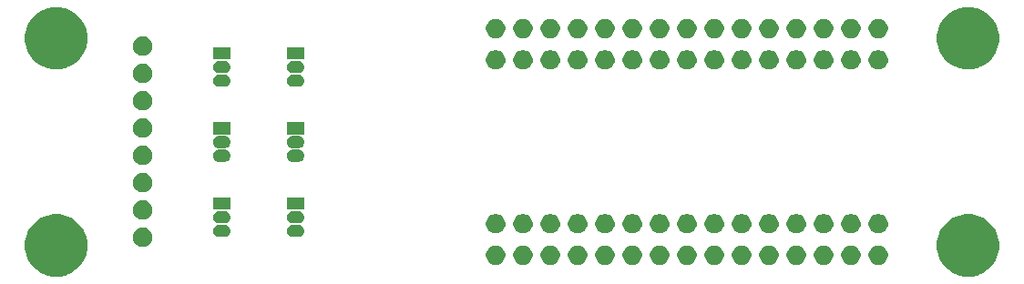
<source format=gbr>
G04 #@! TF.GenerationSoftware,KiCad,Pcbnew,5.1.5+dfsg1-2build2*
G04 #@! TF.CreationDate,2020-05-12T21:17:34+02:00*
G04 #@! TF.ProjectId,attach_hexa,61747461-6368-45f6-9865-78612e6b6963,rev?*
G04 #@! TF.SameCoordinates,Original*
G04 #@! TF.FileFunction,Soldermask,Bot*
G04 #@! TF.FilePolarity,Negative*
%FSLAX46Y46*%
G04 Gerber Fmt 4.6, Leading zero omitted, Abs format (unit mm)*
G04 Created by KiCad (PCBNEW 5.1.5+dfsg1-2build2) date 2020-05-12 21:17:34*
%MOMM*%
%LPD*%
G04 APERTURE LIST*
%ADD10C,0.100000*%
G04 APERTURE END LIST*
D10*
G36*
X221322189Y-84952483D02*
G01*
X221322192Y-84952484D01*
X221322191Y-84952484D01*
X221850139Y-85171167D01*
X222325280Y-85488646D01*
X222729354Y-85892720D01*
X223046833Y-86367861D01*
X223149615Y-86616000D01*
X223265517Y-86895811D01*
X223377000Y-87456274D01*
X223377000Y-88027726D01*
X223265517Y-88588189D01*
X223265516Y-88588191D01*
X223046833Y-89116139D01*
X222729354Y-89591280D01*
X222325280Y-89995354D01*
X221850139Y-90312833D01*
X221476822Y-90467466D01*
X221322189Y-90531517D01*
X220761726Y-90643000D01*
X220190274Y-90643000D01*
X219629811Y-90531517D01*
X219475178Y-90467466D01*
X219101861Y-90312833D01*
X218626720Y-89995354D01*
X218222646Y-89591280D01*
X217905167Y-89116139D01*
X217686484Y-88588191D01*
X217686483Y-88588189D01*
X217575000Y-88027726D01*
X217575000Y-87456274D01*
X217686483Y-86895811D01*
X217802385Y-86616000D01*
X217905167Y-86367861D01*
X218222646Y-85892720D01*
X218626720Y-85488646D01*
X219101861Y-85171167D01*
X219629809Y-84952484D01*
X219629808Y-84952484D01*
X219629811Y-84952483D01*
X220190274Y-84841000D01*
X220761726Y-84841000D01*
X221322189Y-84952483D01*
G37*
G36*
X136580189Y-84952483D02*
G01*
X136580192Y-84952484D01*
X136580191Y-84952484D01*
X137108139Y-85171167D01*
X137583280Y-85488646D01*
X137987354Y-85892720D01*
X138304833Y-86367861D01*
X138407615Y-86616000D01*
X138523517Y-86895811D01*
X138635000Y-87456274D01*
X138635000Y-88027726D01*
X138523517Y-88588189D01*
X138523516Y-88588191D01*
X138304833Y-89116139D01*
X137987354Y-89591280D01*
X137583280Y-89995354D01*
X137108139Y-90312833D01*
X136734822Y-90467466D01*
X136580189Y-90531517D01*
X136019726Y-90643000D01*
X135448274Y-90643000D01*
X134887811Y-90531517D01*
X134733178Y-90467466D01*
X134359861Y-90312833D01*
X133884720Y-89995354D01*
X133480646Y-89591280D01*
X133163167Y-89116139D01*
X132944484Y-88588191D01*
X132944483Y-88588189D01*
X132833000Y-88027726D01*
X132833000Y-87456274D01*
X132944483Y-86895811D01*
X133060385Y-86616000D01*
X133163167Y-86367861D01*
X133480646Y-85892720D01*
X133884720Y-85488646D01*
X134359861Y-85171167D01*
X134887809Y-84952484D01*
X134887808Y-84952484D01*
X134887811Y-84952483D01*
X135448274Y-84841000D01*
X136019726Y-84841000D01*
X136580189Y-84952483D01*
G37*
G36*
X176753777Y-87762312D02*
G01*
X176840812Y-87779624D01*
X177004784Y-87847544D01*
X177152354Y-87946147D01*
X177277853Y-88071646D01*
X177376456Y-88219216D01*
X177444376Y-88383188D01*
X177479000Y-88557259D01*
X177479000Y-88734741D01*
X177444376Y-88908812D01*
X177376456Y-89072784D01*
X177277853Y-89220354D01*
X177152354Y-89345853D01*
X177004784Y-89444456D01*
X176840812Y-89512376D01*
X176753777Y-89529688D01*
X176666743Y-89547000D01*
X176489257Y-89547000D01*
X176402223Y-89529688D01*
X176315188Y-89512376D01*
X176151216Y-89444456D01*
X176003646Y-89345853D01*
X175878147Y-89220354D01*
X175779544Y-89072784D01*
X175711624Y-88908812D01*
X175677000Y-88734741D01*
X175677000Y-88557259D01*
X175711624Y-88383188D01*
X175779544Y-88219216D01*
X175878147Y-88071646D01*
X176003646Y-87946147D01*
X176151216Y-87847544D01*
X176315188Y-87779624D01*
X176402224Y-87762312D01*
X176489257Y-87745000D01*
X176666743Y-87745000D01*
X176753777Y-87762312D01*
G37*
G36*
X179293777Y-87762312D02*
G01*
X179380812Y-87779624D01*
X179544784Y-87847544D01*
X179692354Y-87946147D01*
X179817853Y-88071646D01*
X179916456Y-88219216D01*
X179984376Y-88383188D01*
X180019000Y-88557259D01*
X180019000Y-88734741D01*
X179984376Y-88908812D01*
X179916456Y-89072784D01*
X179817853Y-89220354D01*
X179692354Y-89345853D01*
X179544784Y-89444456D01*
X179380812Y-89512376D01*
X179293777Y-89529688D01*
X179206743Y-89547000D01*
X179029257Y-89547000D01*
X178942223Y-89529688D01*
X178855188Y-89512376D01*
X178691216Y-89444456D01*
X178543646Y-89345853D01*
X178418147Y-89220354D01*
X178319544Y-89072784D01*
X178251624Y-88908812D01*
X178217000Y-88734741D01*
X178217000Y-88557259D01*
X178251624Y-88383188D01*
X178319544Y-88219216D01*
X178418147Y-88071646D01*
X178543646Y-87946147D01*
X178691216Y-87847544D01*
X178855188Y-87779624D01*
X178942224Y-87762312D01*
X179029257Y-87745000D01*
X179206743Y-87745000D01*
X179293777Y-87762312D01*
G37*
G36*
X209773777Y-87762312D02*
G01*
X209860812Y-87779624D01*
X210024784Y-87847544D01*
X210172354Y-87946147D01*
X210297853Y-88071646D01*
X210396456Y-88219216D01*
X210464376Y-88383188D01*
X210499000Y-88557259D01*
X210499000Y-88734741D01*
X210464376Y-88908812D01*
X210396456Y-89072784D01*
X210297853Y-89220354D01*
X210172354Y-89345853D01*
X210024784Y-89444456D01*
X209860812Y-89512376D01*
X209773777Y-89529688D01*
X209686743Y-89547000D01*
X209509257Y-89547000D01*
X209422223Y-89529688D01*
X209335188Y-89512376D01*
X209171216Y-89444456D01*
X209023646Y-89345853D01*
X208898147Y-89220354D01*
X208799544Y-89072784D01*
X208731624Y-88908812D01*
X208697000Y-88734741D01*
X208697000Y-88557259D01*
X208731624Y-88383188D01*
X208799544Y-88219216D01*
X208898147Y-88071646D01*
X209023646Y-87946147D01*
X209171216Y-87847544D01*
X209335188Y-87779624D01*
X209422224Y-87762312D01*
X209509257Y-87745000D01*
X209686743Y-87745000D01*
X209773777Y-87762312D01*
G37*
G36*
X212313777Y-87762312D02*
G01*
X212400812Y-87779624D01*
X212564784Y-87847544D01*
X212712354Y-87946147D01*
X212837853Y-88071646D01*
X212936456Y-88219216D01*
X213004376Y-88383188D01*
X213039000Y-88557259D01*
X213039000Y-88734741D01*
X213004376Y-88908812D01*
X212936456Y-89072784D01*
X212837853Y-89220354D01*
X212712354Y-89345853D01*
X212564784Y-89444456D01*
X212400812Y-89512376D01*
X212313777Y-89529688D01*
X212226743Y-89547000D01*
X212049257Y-89547000D01*
X211962223Y-89529688D01*
X211875188Y-89512376D01*
X211711216Y-89444456D01*
X211563646Y-89345853D01*
X211438147Y-89220354D01*
X211339544Y-89072784D01*
X211271624Y-88908812D01*
X211237000Y-88734741D01*
X211237000Y-88557259D01*
X211271624Y-88383188D01*
X211339544Y-88219216D01*
X211438147Y-88071646D01*
X211563646Y-87946147D01*
X211711216Y-87847544D01*
X211875188Y-87779624D01*
X211962224Y-87762312D01*
X212049257Y-87745000D01*
X212226743Y-87745000D01*
X212313777Y-87762312D01*
G37*
G36*
X207233777Y-87762312D02*
G01*
X207320812Y-87779624D01*
X207484784Y-87847544D01*
X207632354Y-87946147D01*
X207757853Y-88071646D01*
X207856456Y-88219216D01*
X207924376Y-88383188D01*
X207959000Y-88557259D01*
X207959000Y-88734741D01*
X207924376Y-88908812D01*
X207856456Y-89072784D01*
X207757853Y-89220354D01*
X207632354Y-89345853D01*
X207484784Y-89444456D01*
X207320812Y-89512376D01*
X207233777Y-89529688D01*
X207146743Y-89547000D01*
X206969257Y-89547000D01*
X206882223Y-89529688D01*
X206795188Y-89512376D01*
X206631216Y-89444456D01*
X206483646Y-89345853D01*
X206358147Y-89220354D01*
X206259544Y-89072784D01*
X206191624Y-88908812D01*
X206157000Y-88734741D01*
X206157000Y-88557259D01*
X206191624Y-88383188D01*
X206259544Y-88219216D01*
X206358147Y-88071646D01*
X206483646Y-87946147D01*
X206631216Y-87847544D01*
X206795188Y-87779624D01*
X206882224Y-87762312D01*
X206969257Y-87745000D01*
X207146743Y-87745000D01*
X207233777Y-87762312D01*
G37*
G36*
X204693777Y-87762312D02*
G01*
X204780812Y-87779624D01*
X204944784Y-87847544D01*
X205092354Y-87946147D01*
X205217853Y-88071646D01*
X205316456Y-88219216D01*
X205384376Y-88383188D01*
X205419000Y-88557259D01*
X205419000Y-88734741D01*
X205384376Y-88908812D01*
X205316456Y-89072784D01*
X205217853Y-89220354D01*
X205092354Y-89345853D01*
X204944784Y-89444456D01*
X204780812Y-89512376D01*
X204693777Y-89529688D01*
X204606743Y-89547000D01*
X204429257Y-89547000D01*
X204342223Y-89529688D01*
X204255188Y-89512376D01*
X204091216Y-89444456D01*
X203943646Y-89345853D01*
X203818147Y-89220354D01*
X203719544Y-89072784D01*
X203651624Y-88908812D01*
X203617000Y-88734741D01*
X203617000Y-88557259D01*
X203651624Y-88383188D01*
X203719544Y-88219216D01*
X203818147Y-88071646D01*
X203943646Y-87946147D01*
X204091216Y-87847544D01*
X204255188Y-87779624D01*
X204342224Y-87762312D01*
X204429257Y-87745000D01*
X204606743Y-87745000D01*
X204693777Y-87762312D01*
G37*
G36*
X202153777Y-87762312D02*
G01*
X202240812Y-87779624D01*
X202404784Y-87847544D01*
X202552354Y-87946147D01*
X202677853Y-88071646D01*
X202776456Y-88219216D01*
X202844376Y-88383188D01*
X202879000Y-88557259D01*
X202879000Y-88734741D01*
X202844376Y-88908812D01*
X202776456Y-89072784D01*
X202677853Y-89220354D01*
X202552354Y-89345853D01*
X202404784Y-89444456D01*
X202240812Y-89512376D01*
X202153777Y-89529688D01*
X202066743Y-89547000D01*
X201889257Y-89547000D01*
X201802223Y-89529688D01*
X201715188Y-89512376D01*
X201551216Y-89444456D01*
X201403646Y-89345853D01*
X201278147Y-89220354D01*
X201179544Y-89072784D01*
X201111624Y-88908812D01*
X201077000Y-88734741D01*
X201077000Y-88557259D01*
X201111624Y-88383188D01*
X201179544Y-88219216D01*
X201278147Y-88071646D01*
X201403646Y-87946147D01*
X201551216Y-87847544D01*
X201715188Y-87779624D01*
X201802224Y-87762312D01*
X201889257Y-87745000D01*
X202066743Y-87745000D01*
X202153777Y-87762312D01*
G37*
G36*
X199613777Y-87762312D02*
G01*
X199700812Y-87779624D01*
X199864784Y-87847544D01*
X200012354Y-87946147D01*
X200137853Y-88071646D01*
X200236456Y-88219216D01*
X200304376Y-88383188D01*
X200339000Y-88557259D01*
X200339000Y-88734741D01*
X200304376Y-88908812D01*
X200236456Y-89072784D01*
X200137853Y-89220354D01*
X200012354Y-89345853D01*
X199864784Y-89444456D01*
X199700812Y-89512376D01*
X199613777Y-89529688D01*
X199526743Y-89547000D01*
X199349257Y-89547000D01*
X199262223Y-89529688D01*
X199175188Y-89512376D01*
X199011216Y-89444456D01*
X198863646Y-89345853D01*
X198738147Y-89220354D01*
X198639544Y-89072784D01*
X198571624Y-88908812D01*
X198537000Y-88734741D01*
X198537000Y-88557259D01*
X198571624Y-88383188D01*
X198639544Y-88219216D01*
X198738147Y-88071646D01*
X198863646Y-87946147D01*
X199011216Y-87847544D01*
X199175188Y-87779624D01*
X199262224Y-87762312D01*
X199349257Y-87745000D01*
X199526743Y-87745000D01*
X199613777Y-87762312D01*
G37*
G36*
X194533777Y-87762312D02*
G01*
X194620812Y-87779624D01*
X194784784Y-87847544D01*
X194932354Y-87946147D01*
X195057853Y-88071646D01*
X195156456Y-88219216D01*
X195224376Y-88383188D01*
X195259000Y-88557259D01*
X195259000Y-88734741D01*
X195224376Y-88908812D01*
X195156456Y-89072784D01*
X195057853Y-89220354D01*
X194932354Y-89345853D01*
X194784784Y-89444456D01*
X194620812Y-89512376D01*
X194533777Y-89529688D01*
X194446743Y-89547000D01*
X194269257Y-89547000D01*
X194182223Y-89529688D01*
X194095188Y-89512376D01*
X193931216Y-89444456D01*
X193783646Y-89345853D01*
X193658147Y-89220354D01*
X193559544Y-89072784D01*
X193491624Y-88908812D01*
X193457000Y-88734741D01*
X193457000Y-88557259D01*
X193491624Y-88383188D01*
X193559544Y-88219216D01*
X193658147Y-88071646D01*
X193783646Y-87946147D01*
X193931216Y-87847544D01*
X194095188Y-87779624D01*
X194182224Y-87762312D01*
X194269257Y-87745000D01*
X194446743Y-87745000D01*
X194533777Y-87762312D01*
G37*
G36*
X191993777Y-87762312D02*
G01*
X192080812Y-87779624D01*
X192244784Y-87847544D01*
X192392354Y-87946147D01*
X192517853Y-88071646D01*
X192616456Y-88219216D01*
X192684376Y-88383188D01*
X192719000Y-88557259D01*
X192719000Y-88734741D01*
X192684376Y-88908812D01*
X192616456Y-89072784D01*
X192517853Y-89220354D01*
X192392354Y-89345853D01*
X192244784Y-89444456D01*
X192080812Y-89512376D01*
X191993777Y-89529688D01*
X191906743Y-89547000D01*
X191729257Y-89547000D01*
X191642223Y-89529688D01*
X191555188Y-89512376D01*
X191391216Y-89444456D01*
X191243646Y-89345853D01*
X191118147Y-89220354D01*
X191019544Y-89072784D01*
X190951624Y-88908812D01*
X190917000Y-88734741D01*
X190917000Y-88557259D01*
X190951624Y-88383188D01*
X191019544Y-88219216D01*
X191118147Y-88071646D01*
X191243646Y-87946147D01*
X191391216Y-87847544D01*
X191555188Y-87779624D01*
X191642224Y-87762312D01*
X191729257Y-87745000D01*
X191906743Y-87745000D01*
X191993777Y-87762312D01*
G37*
G36*
X189453777Y-87762312D02*
G01*
X189540812Y-87779624D01*
X189704784Y-87847544D01*
X189852354Y-87946147D01*
X189977853Y-88071646D01*
X190076456Y-88219216D01*
X190144376Y-88383188D01*
X190179000Y-88557259D01*
X190179000Y-88734741D01*
X190144376Y-88908812D01*
X190076456Y-89072784D01*
X189977853Y-89220354D01*
X189852354Y-89345853D01*
X189704784Y-89444456D01*
X189540812Y-89512376D01*
X189453777Y-89529688D01*
X189366743Y-89547000D01*
X189189257Y-89547000D01*
X189102223Y-89529688D01*
X189015188Y-89512376D01*
X188851216Y-89444456D01*
X188703646Y-89345853D01*
X188578147Y-89220354D01*
X188479544Y-89072784D01*
X188411624Y-88908812D01*
X188377000Y-88734741D01*
X188377000Y-88557259D01*
X188411624Y-88383188D01*
X188479544Y-88219216D01*
X188578147Y-88071646D01*
X188703646Y-87946147D01*
X188851216Y-87847544D01*
X189015188Y-87779624D01*
X189102224Y-87762312D01*
X189189257Y-87745000D01*
X189366743Y-87745000D01*
X189453777Y-87762312D01*
G37*
G36*
X186913777Y-87762312D02*
G01*
X187000812Y-87779624D01*
X187164784Y-87847544D01*
X187312354Y-87946147D01*
X187437853Y-88071646D01*
X187536456Y-88219216D01*
X187604376Y-88383188D01*
X187639000Y-88557259D01*
X187639000Y-88734741D01*
X187604376Y-88908812D01*
X187536456Y-89072784D01*
X187437853Y-89220354D01*
X187312354Y-89345853D01*
X187164784Y-89444456D01*
X187000812Y-89512376D01*
X186913777Y-89529688D01*
X186826743Y-89547000D01*
X186649257Y-89547000D01*
X186562223Y-89529688D01*
X186475188Y-89512376D01*
X186311216Y-89444456D01*
X186163646Y-89345853D01*
X186038147Y-89220354D01*
X185939544Y-89072784D01*
X185871624Y-88908812D01*
X185837000Y-88734741D01*
X185837000Y-88557259D01*
X185871624Y-88383188D01*
X185939544Y-88219216D01*
X186038147Y-88071646D01*
X186163646Y-87946147D01*
X186311216Y-87847544D01*
X186475188Y-87779624D01*
X186562224Y-87762312D01*
X186649257Y-87745000D01*
X186826743Y-87745000D01*
X186913777Y-87762312D01*
G37*
G36*
X184373777Y-87762312D02*
G01*
X184460812Y-87779624D01*
X184624784Y-87847544D01*
X184772354Y-87946147D01*
X184897853Y-88071646D01*
X184996456Y-88219216D01*
X185064376Y-88383188D01*
X185099000Y-88557259D01*
X185099000Y-88734741D01*
X185064376Y-88908812D01*
X184996456Y-89072784D01*
X184897853Y-89220354D01*
X184772354Y-89345853D01*
X184624784Y-89444456D01*
X184460812Y-89512376D01*
X184373777Y-89529688D01*
X184286743Y-89547000D01*
X184109257Y-89547000D01*
X184022223Y-89529688D01*
X183935188Y-89512376D01*
X183771216Y-89444456D01*
X183623646Y-89345853D01*
X183498147Y-89220354D01*
X183399544Y-89072784D01*
X183331624Y-88908812D01*
X183297000Y-88734741D01*
X183297000Y-88557259D01*
X183331624Y-88383188D01*
X183399544Y-88219216D01*
X183498147Y-88071646D01*
X183623646Y-87946147D01*
X183771216Y-87847544D01*
X183935188Y-87779624D01*
X184022224Y-87762312D01*
X184109257Y-87745000D01*
X184286743Y-87745000D01*
X184373777Y-87762312D01*
G37*
G36*
X181833777Y-87762312D02*
G01*
X181920812Y-87779624D01*
X182084784Y-87847544D01*
X182232354Y-87946147D01*
X182357853Y-88071646D01*
X182456456Y-88219216D01*
X182524376Y-88383188D01*
X182559000Y-88557259D01*
X182559000Y-88734741D01*
X182524376Y-88908812D01*
X182456456Y-89072784D01*
X182357853Y-89220354D01*
X182232354Y-89345853D01*
X182084784Y-89444456D01*
X181920812Y-89512376D01*
X181833777Y-89529688D01*
X181746743Y-89547000D01*
X181569257Y-89547000D01*
X181482223Y-89529688D01*
X181395188Y-89512376D01*
X181231216Y-89444456D01*
X181083646Y-89345853D01*
X180958147Y-89220354D01*
X180859544Y-89072784D01*
X180791624Y-88908812D01*
X180757000Y-88734741D01*
X180757000Y-88557259D01*
X180791624Y-88383188D01*
X180859544Y-88219216D01*
X180958147Y-88071646D01*
X181083646Y-87946147D01*
X181231216Y-87847544D01*
X181395188Y-87779624D01*
X181482224Y-87762312D01*
X181569257Y-87745000D01*
X181746743Y-87745000D01*
X181833777Y-87762312D01*
G37*
G36*
X197073777Y-87762312D02*
G01*
X197160812Y-87779624D01*
X197324784Y-87847544D01*
X197472354Y-87946147D01*
X197597853Y-88071646D01*
X197696456Y-88219216D01*
X197764376Y-88383188D01*
X197799000Y-88557259D01*
X197799000Y-88734741D01*
X197764376Y-88908812D01*
X197696456Y-89072784D01*
X197597853Y-89220354D01*
X197472354Y-89345853D01*
X197324784Y-89444456D01*
X197160812Y-89512376D01*
X197073777Y-89529688D01*
X196986743Y-89547000D01*
X196809257Y-89547000D01*
X196722223Y-89529688D01*
X196635188Y-89512376D01*
X196471216Y-89444456D01*
X196323646Y-89345853D01*
X196198147Y-89220354D01*
X196099544Y-89072784D01*
X196031624Y-88908812D01*
X195997000Y-88734741D01*
X195997000Y-88557259D01*
X196031624Y-88383188D01*
X196099544Y-88219216D01*
X196198147Y-88071646D01*
X196323646Y-87946147D01*
X196471216Y-87847544D01*
X196635188Y-87779624D01*
X196722224Y-87762312D01*
X196809257Y-87745000D01*
X196986743Y-87745000D01*
X197073777Y-87762312D01*
G37*
G36*
X143947777Y-86096312D02*
G01*
X144034812Y-86113624D01*
X144198784Y-86181544D01*
X144346354Y-86280147D01*
X144471853Y-86405646D01*
X144570456Y-86553216D01*
X144638376Y-86717188D01*
X144673000Y-86891259D01*
X144673000Y-87068741D01*
X144638376Y-87242812D01*
X144570456Y-87406784D01*
X144471853Y-87554354D01*
X144346354Y-87679853D01*
X144198784Y-87778456D01*
X144034812Y-87846376D01*
X143947776Y-87863688D01*
X143860743Y-87881000D01*
X143683257Y-87881000D01*
X143596223Y-87863688D01*
X143509188Y-87846376D01*
X143345216Y-87778456D01*
X143197646Y-87679853D01*
X143072147Y-87554354D01*
X142973544Y-87406784D01*
X142905624Y-87242812D01*
X142871000Y-87068741D01*
X142871000Y-86891259D01*
X142905624Y-86717188D01*
X142973544Y-86553216D01*
X143072147Y-86405646D01*
X143197646Y-86280147D01*
X143345216Y-86181544D01*
X143509188Y-86113624D01*
X143596224Y-86096312D01*
X143683257Y-86079000D01*
X143860743Y-86079000D01*
X143947777Y-86096312D01*
G37*
G36*
X151467916Y-85792334D02*
G01*
X151576492Y-85825271D01*
X151676557Y-85878756D01*
X151764264Y-85950736D01*
X151836244Y-86038443D01*
X151889729Y-86138508D01*
X151922666Y-86247084D01*
X151933787Y-86360000D01*
X151922666Y-86472916D01*
X151889729Y-86581492D01*
X151836244Y-86681557D01*
X151764264Y-86769264D01*
X151676557Y-86841244D01*
X151576492Y-86894729D01*
X151467916Y-86927666D01*
X151383298Y-86936000D01*
X150876702Y-86936000D01*
X150792084Y-86927666D01*
X150683508Y-86894729D01*
X150583443Y-86841244D01*
X150495736Y-86769264D01*
X150423756Y-86681557D01*
X150370271Y-86581492D01*
X150337334Y-86472916D01*
X150326213Y-86360000D01*
X150337334Y-86247084D01*
X150370271Y-86138508D01*
X150423756Y-86038443D01*
X150495736Y-85950736D01*
X150583443Y-85878756D01*
X150683508Y-85825271D01*
X150792084Y-85792334D01*
X150876702Y-85784000D01*
X151383298Y-85784000D01*
X151467916Y-85792334D01*
G37*
G36*
X158325916Y-85792334D02*
G01*
X158434492Y-85825271D01*
X158534557Y-85878756D01*
X158622264Y-85950736D01*
X158694244Y-86038443D01*
X158747729Y-86138508D01*
X158780666Y-86247084D01*
X158791787Y-86360000D01*
X158780666Y-86472916D01*
X158747729Y-86581492D01*
X158694244Y-86681557D01*
X158622264Y-86769264D01*
X158534557Y-86841244D01*
X158434492Y-86894729D01*
X158325916Y-86927666D01*
X158241298Y-86936000D01*
X157734702Y-86936000D01*
X157650084Y-86927666D01*
X157541508Y-86894729D01*
X157441443Y-86841244D01*
X157353736Y-86769264D01*
X157281756Y-86681557D01*
X157228271Y-86581492D01*
X157195334Y-86472916D01*
X157184213Y-86360000D01*
X157195334Y-86247084D01*
X157228271Y-86138508D01*
X157281756Y-86038443D01*
X157353736Y-85950736D01*
X157441443Y-85878756D01*
X157541508Y-85825271D01*
X157650084Y-85792334D01*
X157734702Y-85784000D01*
X158241298Y-85784000D01*
X158325916Y-85792334D01*
G37*
G36*
X191993777Y-84831312D02*
G01*
X192080812Y-84848624D01*
X192244784Y-84916544D01*
X192392354Y-85015147D01*
X192517853Y-85140646D01*
X192616456Y-85288216D01*
X192684376Y-85452188D01*
X192693740Y-85499264D01*
X192719000Y-85626257D01*
X192719000Y-85803743D01*
X192704079Y-85878756D01*
X192684376Y-85977812D01*
X192616456Y-86141784D01*
X192517853Y-86289354D01*
X192392354Y-86414853D01*
X192244784Y-86513456D01*
X192080812Y-86581376D01*
X191993777Y-86598688D01*
X191906743Y-86616000D01*
X191729257Y-86616000D01*
X191642224Y-86598688D01*
X191555188Y-86581376D01*
X191391216Y-86513456D01*
X191243646Y-86414853D01*
X191118147Y-86289354D01*
X191019544Y-86141784D01*
X190951624Y-85977812D01*
X190931921Y-85878756D01*
X190917000Y-85803743D01*
X190917000Y-85626257D01*
X190942260Y-85499264D01*
X190951624Y-85452188D01*
X191019544Y-85288216D01*
X191118147Y-85140646D01*
X191243646Y-85015147D01*
X191391216Y-84916544D01*
X191555188Y-84848624D01*
X191642223Y-84831312D01*
X191729257Y-84814000D01*
X191906743Y-84814000D01*
X191993777Y-84831312D01*
G37*
G36*
X197073777Y-84831312D02*
G01*
X197160812Y-84848624D01*
X197324784Y-84916544D01*
X197472354Y-85015147D01*
X197597853Y-85140646D01*
X197696456Y-85288216D01*
X197764376Y-85452188D01*
X197773740Y-85499264D01*
X197799000Y-85626257D01*
X197799000Y-85803743D01*
X197784079Y-85878756D01*
X197764376Y-85977812D01*
X197696456Y-86141784D01*
X197597853Y-86289354D01*
X197472354Y-86414853D01*
X197324784Y-86513456D01*
X197160812Y-86581376D01*
X197073777Y-86598688D01*
X196986743Y-86616000D01*
X196809257Y-86616000D01*
X196722224Y-86598688D01*
X196635188Y-86581376D01*
X196471216Y-86513456D01*
X196323646Y-86414853D01*
X196198147Y-86289354D01*
X196099544Y-86141784D01*
X196031624Y-85977812D01*
X196011921Y-85878756D01*
X195997000Y-85803743D01*
X195997000Y-85626257D01*
X196022260Y-85499264D01*
X196031624Y-85452188D01*
X196099544Y-85288216D01*
X196198147Y-85140646D01*
X196323646Y-85015147D01*
X196471216Y-84916544D01*
X196635188Y-84848624D01*
X196722223Y-84831312D01*
X196809257Y-84814000D01*
X196986743Y-84814000D01*
X197073777Y-84831312D01*
G37*
G36*
X199613777Y-84831312D02*
G01*
X199700812Y-84848624D01*
X199864784Y-84916544D01*
X200012354Y-85015147D01*
X200137853Y-85140646D01*
X200236456Y-85288216D01*
X200304376Y-85452188D01*
X200313740Y-85499264D01*
X200339000Y-85626257D01*
X200339000Y-85803743D01*
X200324079Y-85878756D01*
X200304376Y-85977812D01*
X200236456Y-86141784D01*
X200137853Y-86289354D01*
X200012354Y-86414853D01*
X199864784Y-86513456D01*
X199700812Y-86581376D01*
X199613777Y-86598688D01*
X199526743Y-86616000D01*
X199349257Y-86616000D01*
X199262224Y-86598688D01*
X199175188Y-86581376D01*
X199011216Y-86513456D01*
X198863646Y-86414853D01*
X198738147Y-86289354D01*
X198639544Y-86141784D01*
X198571624Y-85977812D01*
X198551921Y-85878756D01*
X198537000Y-85803743D01*
X198537000Y-85626257D01*
X198562260Y-85499264D01*
X198571624Y-85452188D01*
X198639544Y-85288216D01*
X198738147Y-85140646D01*
X198863646Y-85015147D01*
X199011216Y-84916544D01*
X199175188Y-84848624D01*
X199262223Y-84831312D01*
X199349257Y-84814000D01*
X199526743Y-84814000D01*
X199613777Y-84831312D01*
G37*
G36*
X181833777Y-84831312D02*
G01*
X181920812Y-84848624D01*
X182084784Y-84916544D01*
X182232354Y-85015147D01*
X182357853Y-85140646D01*
X182456456Y-85288216D01*
X182524376Y-85452188D01*
X182533740Y-85499264D01*
X182559000Y-85626257D01*
X182559000Y-85803743D01*
X182544079Y-85878756D01*
X182524376Y-85977812D01*
X182456456Y-86141784D01*
X182357853Y-86289354D01*
X182232354Y-86414853D01*
X182084784Y-86513456D01*
X181920812Y-86581376D01*
X181833777Y-86598688D01*
X181746743Y-86616000D01*
X181569257Y-86616000D01*
X181482224Y-86598688D01*
X181395188Y-86581376D01*
X181231216Y-86513456D01*
X181083646Y-86414853D01*
X180958147Y-86289354D01*
X180859544Y-86141784D01*
X180791624Y-85977812D01*
X180771921Y-85878756D01*
X180757000Y-85803743D01*
X180757000Y-85626257D01*
X180782260Y-85499264D01*
X180791624Y-85452188D01*
X180859544Y-85288216D01*
X180958147Y-85140646D01*
X181083646Y-85015147D01*
X181231216Y-84916544D01*
X181395188Y-84848624D01*
X181482223Y-84831312D01*
X181569257Y-84814000D01*
X181746743Y-84814000D01*
X181833777Y-84831312D01*
G37*
G36*
X202153777Y-84831312D02*
G01*
X202240812Y-84848624D01*
X202404784Y-84916544D01*
X202552354Y-85015147D01*
X202677853Y-85140646D01*
X202776456Y-85288216D01*
X202844376Y-85452188D01*
X202853740Y-85499264D01*
X202879000Y-85626257D01*
X202879000Y-85803743D01*
X202864079Y-85878756D01*
X202844376Y-85977812D01*
X202776456Y-86141784D01*
X202677853Y-86289354D01*
X202552354Y-86414853D01*
X202404784Y-86513456D01*
X202240812Y-86581376D01*
X202153777Y-86598688D01*
X202066743Y-86616000D01*
X201889257Y-86616000D01*
X201802224Y-86598688D01*
X201715188Y-86581376D01*
X201551216Y-86513456D01*
X201403646Y-86414853D01*
X201278147Y-86289354D01*
X201179544Y-86141784D01*
X201111624Y-85977812D01*
X201091921Y-85878756D01*
X201077000Y-85803743D01*
X201077000Y-85626257D01*
X201102260Y-85499264D01*
X201111624Y-85452188D01*
X201179544Y-85288216D01*
X201278147Y-85140646D01*
X201403646Y-85015147D01*
X201551216Y-84916544D01*
X201715188Y-84848624D01*
X201802223Y-84831312D01*
X201889257Y-84814000D01*
X202066743Y-84814000D01*
X202153777Y-84831312D01*
G37*
G36*
X207233777Y-84831312D02*
G01*
X207320812Y-84848624D01*
X207484784Y-84916544D01*
X207632354Y-85015147D01*
X207757853Y-85140646D01*
X207856456Y-85288216D01*
X207924376Y-85452188D01*
X207933740Y-85499264D01*
X207959000Y-85626257D01*
X207959000Y-85803743D01*
X207944079Y-85878756D01*
X207924376Y-85977812D01*
X207856456Y-86141784D01*
X207757853Y-86289354D01*
X207632354Y-86414853D01*
X207484784Y-86513456D01*
X207320812Y-86581376D01*
X207233777Y-86598688D01*
X207146743Y-86616000D01*
X206969257Y-86616000D01*
X206882224Y-86598688D01*
X206795188Y-86581376D01*
X206631216Y-86513456D01*
X206483646Y-86414853D01*
X206358147Y-86289354D01*
X206259544Y-86141784D01*
X206191624Y-85977812D01*
X206171921Y-85878756D01*
X206157000Y-85803743D01*
X206157000Y-85626257D01*
X206182260Y-85499264D01*
X206191624Y-85452188D01*
X206259544Y-85288216D01*
X206358147Y-85140646D01*
X206483646Y-85015147D01*
X206631216Y-84916544D01*
X206795188Y-84848624D01*
X206882223Y-84831312D01*
X206969257Y-84814000D01*
X207146743Y-84814000D01*
X207233777Y-84831312D01*
G37*
G36*
X209773777Y-84831312D02*
G01*
X209860812Y-84848624D01*
X210024784Y-84916544D01*
X210172354Y-85015147D01*
X210297853Y-85140646D01*
X210396456Y-85288216D01*
X210464376Y-85452188D01*
X210473740Y-85499264D01*
X210499000Y-85626257D01*
X210499000Y-85803743D01*
X210484079Y-85878756D01*
X210464376Y-85977812D01*
X210396456Y-86141784D01*
X210297853Y-86289354D01*
X210172354Y-86414853D01*
X210024784Y-86513456D01*
X209860812Y-86581376D01*
X209773777Y-86598688D01*
X209686743Y-86616000D01*
X209509257Y-86616000D01*
X209422224Y-86598688D01*
X209335188Y-86581376D01*
X209171216Y-86513456D01*
X209023646Y-86414853D01*
X208898147Y-86289354D01*
X208799544Y-86141784D01*
X208731624Y-85977812D01*
X208711921Y-85878756D01*
X208697000Y-85803743D01*
X208697000Y-85626257D01*
X208722260Y-85499264D01*
X208731624Y-85452188D01*
X208799544Y-85288216D01*
X208898147Y-85140646D01*
X209023646Y-85015147D01*
X209171216Y-84916544D01*
X209335188Y-84848624D01*
X209422223Y-84831312D01*
X209509257Y-84814000D01*
X209686743Y-84814000D01*
X209773777Y-84831312D01*
G37*
G36*
X212313777Y-84831312D02*
G01*
X212400812Y-84848624D01*
X212564784Y-84916544D01*
X212712354Y-85015147D01*
X212837853Y-85140646D01*
X212936456Y-85288216D01*
X213004376Y-85452188D01*
X213013740Y-85499264D01*
X213039000Y-85626257D01*
X213039000Y-85803743D01*
X213024079Y-85878756D01*
X213004376Y-85977812D01*
X212936456Y-86141784D01*
X212837853Y-86289354D01*
X212712354Y-86414853D01*
X212564784Y-86513456D01*
X212400812Y-86581376D01*
X212313777Y-86598688D01*
X212226743Y-86616000D01*
X212049257Y-86616000D01*
X211962224Y-86598688D01*
X211875188Y-86581376D01*
X211711216Y-86513456D01*
X211563646Y-86414853D01*
X211438147Y-86289354D01*
X211339544Y-86141784D01*
X211271624Y-85977812D01*
X211251921Y-85878756D01*
X211237000Y-85803743D01*
X211237000Y-85626257D01*
X211262260Y-85499264D01*
X211271624Y-85452188D01*
X211339544Y-85288216D01*
X211438147Y-85140646D01*
X211563646Y-85015147D01*
X211711216Y-84916544D01*
X211875188Y-84848624D01*
X211962223Y-84831312D01*
X212049257Y-84814000D01*
X212226743Y-84814000D01*
X212313777Y-84831312D01*
G37*
G36*
X189453777Y-84831312D02*
G01*
X189540812Y-84848624D01*
X189704784Y-84916544D01*
X189852354Y-85015147D01*
X189977853Y-85140646D01*
X190076456Y-85288216D01*
X190144376Y-85452188D01*
X190153740Y-85499264D01*
X190179000Y-85626257D01*
X190179000Y-85803743D01*
X190164079Y-85878756D01*
X190144376Y-85977812D01*
X190076456Y-86141784D01*
X189977853Y-86289354D01*
X189852354Y-86414853D01*
X189704784Y-86513456D01*
X189540812Y-86581376D01*
X189453777Y-86598688D01*
X189366743Y-86616000D01*
X189189257Y-86616000D01*
X189102224Y-86598688D01*
X189015188Y-86581376D01*
X188851216Y-86513456D01*
X188703646Y-86414853D01*
X188578147Y-86289354D01*
X188479544Y-86141784D01*
X188411624Y-85977812D01*
X188391921Y-85878756D01*
X188377000Y-85803743D01*
X188377000Y-85626257D01*
X188402260Y-85499264D01*
X188411624Y-85452188D01*
X188479544Y-85288216D01*
X188578147Y-85140646D01*
X188703646Y-85015147D01*
X188851216Y-84916544D01*
X189015188Y-84848624D01*
X189102223Y-84831312D01*
X189189257Y-84814000D01*
X189366743Y-84814000D01*
X189453777Y-84831312D01*
G37*
G36*
X186913777Y-84831312D02*
G01*
X187000812Y-84848624D01*
X187164784Y-84916544D01*
X187312354Y-85015147D01*
X187437853Y-85140646D01*
X187536456Y-85288216D01*
X187604376Y-85452188D01*
X187613740Y-85499264D01*
X187639000Y-85626257D01*
X187639000Y-85803743D01*
X187624079Y-85878756D01*
X187604376Y-85977812D01*
X187536456Y-86141784D01*
X187437853Y-86289354D01*
X187312354Y-86414853D01*
X187164784Y-86513456D01*
X187000812Y-86581376D01*
X186913777Y-86598688D01*
X186826743Y-86616000D01*
X186649257Y-86616000D01*
X186562224Y-86598688D01*
X186475188Y-86581376D01*
X186311216Y-86513456D01*
X186163646Y-86414853D01*
X186038147Y-86289354D01*
X185939544Y-86141784D01*
X185871624Y-85977812D01*
X185851921Y-85878756D01*
X185837000Y-85803743D01*
X185837000Y-85626257D01*
X185862260Y-85499264D01*
X185871624Y-85452188D01*
X185939544Y-85288216D01*
X186038147Y-85140646D01*
X186163646Y-85015147D01*
X186311216Y-84916544D01*
X186475188Y-84848624D01*
X186562223Y-84831312D01*
X186649257Y-84814000D01*
X186826743Y-84814000D01*
X186913777Y-84831312D01*
G37*
G36*
X184373777Y-84831312D02*
G01*
X184460812Y-84848624D01*
X184624784Y-84916544D01*
X184772354Y-85015147D01*
X184897853Y-85140646D01*
X184996456Y-85288216D01*
X185064376Y-85452188D01*
X185073740Y-85499264D01*
X185099000Y-85626257D01*
X185099000Y-85803743D01*
X185084079Y-85878756D01*
X185064376Y-85977812D01*
X184996456Y-86141784D01*
X184897853Y-86289354D01*
X184772354Y-86414853D01*
X184624784Y-86513456D01*
X184460812Y-86581376D01*
X184373777Y-86598688D01*
X184286743Y-86616000D01*
X184109257Y-86616000D01*
X184022224Y-86598688D01*
X183935188Y-86581376D01*
X183771216Y-86513456D01*
X183623646Y-86414853D01*
X183498147Y-86289354D01*
X183399544Y-86141784D01*
X183331624Y-85977812D01*
X183311921Y-85878756D01*
X183297000Y-85803743D01*
X183297000Y-85626257D01*
X183322260Y-85499264D01*
X183331624Y-85452188D01*
X183399544Y-85288216D01*
X183498147Y-85140646D01*
X183623646Y-85015147D01*
X183771216Y-84916544D01*
X183935188Y-84848624D01*
X184022223Y-84831312D01*
X184109257Y-84814000D01*
X184286743Y-84814000D01*
X184373777Y-84831312D01*
G37*
G36*
X179293777Y-84831312D02*
G01*
X179380812Y-84848624D01*
X179544784Y-84916544D01*
X179692354Y-85015147D01*
X179817853Y-85140646D01*
X179916456Y-85288216D01*
X179984376Y-85452188D01*
X179993740Y-85499264D01*
X180019000Y-85626257D01*
X180019000Y-85803743D01*
X180004079Y-85878756D01*
X179984376Y-85977812D01*
X179916456Y-86141784D01*
X179817853Y-86289354D01*
X179692354Y-86414853D01*
X179544784Y-86513456D01*
X179380812Y-86581376D01*
X179293777Y-86598688D01*
X179206743Y-86616000D01*
X179029257Y-86616000D01*
X178942224Y-86598688D01*
X178855188Y-86581376D01*
X178691216Y-86513456D01*
X178543646Y-86414853D01*
X178418147Y-86289354D01*
X178319544Y-86141784D01*
X178251624Y-85977812D01*
X178231921Y-85878756D01*
X178217000Y-85803743D01*
X178217000Y-85626257D01*
X178242260Y-85499264D01*
X178251624Y-85452188D01*
X178319544Y-85288216D01*
X178418147Y-85140646D01*
X178543646Y-85015147D01*
X178691216Y-84916544D01*
X178855188Y-84848624D01*
X178942223Y-84831312D01*
X179029257Y-84814000D01*
X179206743Y-84814000D01*
X179293777Y-84831312D01*
G37*
G36*
X176753777Y-84831312D02*
G01*
X176840812Y-84848624D01*
X177004784Y-84916544D01*
X177152354Y-85015147D01*
X177277853Y-85140646D01*
X177376456Y-85288216D01*
X177444376Y-85452188D01*
X177453740Y-85499264D01*
X177479000Y-85626257D01*
X177479000Y-85803743D01*
X177464079Y-85878756D01*
X177444376Y-85977812D01*
X177376456Y-86141784D01*
X177277853Y-86289354D01*
X177152354Y-86414853D01*
X177004784Y-86513456D01*
X176840812Y-86581376D01*
X176753777Y-86598688D01*
X176666743Y-86616000D01*
X176489257Y-86616000D01*
X176402224Y-86598688D01*
X176315188Y-86581376D01*
X176151216Y-86513456D01*
X176003646Y-86414853D01*
X175878147Y-86289354D01*
X175779544Y-86141784D01*
X175711624Y-85977812D01*
X175691921Y-85878756D01*
X175677000Y-85803743D01*
X175677000Y-85626257D01*
X175702260Y-85499264D01*
X175711624Y-85452188D01*
X175779544Y-85288216D01*
X175878147Y-85140646D01*
X176003646Y-85015147D01*
X176151216Y-84916544D01*
X176315188Y-84848624D01*
X176402223Y-84831312D01*
X176489257Y-84814000D01*
X176666743Y-84814000D01*
X176753777Y-84831312D01*
G37*
G36*
X204693777Y-84831312D02*
G01*
X204780812Y-84848624D01*
X204944784Y-84916544D01*
X205092354Y-85015147D01*
X205217853Y-85140646D01*
X205316456Y-85288216D01*
X205384376Y-85452188D01*
X205393740Y-85499264D01*
X205419000Y-85626257D01*
X205419000Y-85803743D01*
X205404079Y-85878756D01*
X205384376Y-85977812D01*
X205316456Y-86141784D01*
X205217853Y-86289354D01*
X205092354Y-86414853D01*
X204944784Y-86513456D01*
X204780812Y-86581376D01*
X204693777Y-86598688D01*
X204606743Y-86616000D01*
X204429257Y-86616000D01*
X204342224Y-86598688D01*
X204255188Y-86581376D01*
X204091216Y-86513456D01*
X203943646Y-86414853D01*
X203818147Y-86289354D01*
X203719544Y-86141784D01*
X203651624Y-85977812D01*
X203631921Y-85878756D01*
X203617000Y-85803743D01*
X203617000Y-85626257D01*
X203642260Y-85499264D01*
X203651624Y-85452188D01*
X203719544Y-85288216D01*
X203818147Y-85140646D01*
X203943646Y-85015147D01*
X204091216Y-84916544D01*
X204255188Y-84848624D01*
X204342223Y-84831312D01*
X204429257Y-84814000D01*
X204606743Y-84814000D01*
X204693777Y-84831312D01*
G37*
G36*
X194533777Y-84831312D02*
G01*
X194620812Y-84848624D01*
X194784784Y-84916544D01*
X194932354Y-85015147D01*
X195057853Y-85140646D01*
X195156456Y-85288216D01*
X195224376Y-85452188D01*
X195233740Y-85499264D01*
X195259000Y-85626257D01*
X195259000Y-85803743D01*
X195244079Y-85878756D01*
X195224376Y-85977812D01*
X195156456Y-86141784D01*
X195057853Y-86289354D01*
X194932354Y-86414853D01*
X194784784Y-86513456D01*
X194620812Y-86581376D01*
X194533777Y-86598688D01*
X194446743Y-86616000D01*
X194269257Y-86616000D01*
X194182224Y-86598688D01*
X194095188Y-86581376D01*
X193931216Y-86513456D01*
X193783646Y-86414853D01*
X193658147Y-86289354D01*
X193559544Y-86141784D01*
X193491624Y-85977812D01*
X193471921Y-85878756D01*
X193457000Y-85803743D01*
X193457000Y-85626257D01*
X193482260Y-85499264D01*
X193491624Y-85452188D01*
X193559544Y-85288216D01*
X193658147Y-85140646D01*
X193783646Y-85015147D01*
X193931216Y-84916544D01*
X194095188Y-84848624D01*
X194182223Y-84831312D01*
X194269257Y-84814000D01*
X194446743Y-84814000D01*
X194533777Y-84831312D01*
G37*
G36*
X151467916Y-84522334D02*
G01*
X151576492Y-84555271D01*
X151676557Y-84608756D01*
X151764264Y-84680736D01*
X151836244Y-84768443D01*
X151889729Y-84868508D01*
X151922666Y-84977084D01*
X151933787Y-85090000D01*
X151922666Y-85202916D01*
X151889729Y-85311492D01*
X151836244Y-85411557D01*
X151764264Y-85499264D01*
X151676557Y-85571244D01*
X151576492Y-85624729D01*
X151467916Y-85657666D01*
X151383298Y-85666000D01*
X150876702Y-85666000D01*
X150792084Y-85657666D01*
X150683508Y-85624729D01*
X150583443Y-85571244D01*
X150495736Y-85499264D01*
X150423756Y-85411557D01*
X150370271Y-85311492D01*
X150337334Y-85202916D01*
X150326213Y-85090000D01*
X150337334Y-84977084D01*
X150370271Y-84868508D01*
X150423756Y-84768443D01*
X150495736Y-84680736D01*
X150583443Y-84608756D01*
X150683508Y-84555271D01*
X150792084Y-84522334D01*
X150876702Y-84514000D01*
X151383298Y-84514000D01*
X151467916Y-84522334D01*
G37*
G36*
X158325916Y-84522334D02*
G01*
X158434492Y-84555271D01*
X158534557Y-84608756D01*
X158622264Y-84680736D01*
X158694244Y-84768443D01*
X158747729Y-84868508D01*
X158780666Y-84977084D01*
X158791787Y-85090000D01*
X158780666Y-85202916D01*
X158747729Y-85311492D01*
X158694244Y-85411557D01*
X158622264Y-85499264D01*
X158534557Y-85571244D01*
X158434492Y-85624729D01*
X158325916Y-85657666D01*
X158241298Y-85666000D01*
X157734702Y-85666000D01*
X157650084Y-85657666D01*
X157541508Y-85624729D01*
X157441443Y-85571244D01*
X157353736Y-85499264D01*
X157281756Y-85411557D01*
X157228271Y-85311492D01*
X157195334Y-85202916D01*
X157184213Y-85090000D01*
X157195334Y-84977084D01*
X157228271Y-84868508D01*
X157281756Y-84768443D01*
X157353736Y-84680736D01*
X157441443Y-84608756D01*
X157541508Y-84555271D01*
X157650084Y-84522334D01*
X157734702Y-84514000D01*
X158241298Y-84514000D01*
X158325916Y-84522334D01*
G37*
G36*
X143947777Y-83556312D02*
G01*
X144034812Y-83573624D01*
X144198784Y-83641544D01*
X144346354Y-83740147D01*
X144471853Y-83865646D01*
X144570456Y-84013216D01*
X144638376Y-84177188D01*
X144673000Y-84351259D01*
X144673000Y-84528741D01*
X144638376Y-84702812D01*
X144570456Y-84866784D01*
X144471853Y-85014354D01*
X144346354Y-85139853D01*
X144198784Y-85238456D01*
X144034812Y-85306376D01*
X143947777Y-85323688D01*
X143860743Y-85341000D01*
X143683257Y-85341000D01*
X143596224Y-85323688D01*
X143509188Y-85306376D01*
X143345216Y-85238456D01*
X143197646Y-85139853D01*
X143072147Y-85014354D01*
X142973544Y-84866784D01*
X142905624Y-84702812D01*
X142871000Y-84528741D01*
X142871000Y-84351259D01*
X142905624Y-84177188D01*
X142973544Y-84013216D01*
X143072147Y-83865646D01*
X143197646Y-83740147D01*
X143345216Y-83641544D01*
X143509188Y-83573624D01*
X143596223Y-83556312D01*
X143683257Y-83539000D01*
X143860743Y-83539000D01*
X143947777Y-83556312D01*
G37*
G36*
X158789000Y-84396000D02*
G01*
X157187000Y-84396000D01*
X157187000Y-83244000D01*
X158789000Y-83244000D01*
X158789000Y-84396000D01*
G37*
G36*
X151931000Y-84396000D02*
G01*
X150329000Y-84396000D01*
X150329000Y-83244000D01*
X151931000Y-83244000D01*
X151931000Y-84396000D01*
G37*
G36*
X143947776Y-81016312D02*
G01*
X144034812Y-81033624D01*
X144198784Y-81101544D01*
X144346354Y-81200147D01*
X144471853Y-81325646D01*
X144570456Y-81473216D01*
X144638376Y-81637188D01*
X144673000Y-81811259D01*
X144673000Y-81988741D01*
X144638376Y-82162812D01*
X144570456Y-82326784D01*
X144471853Y-82474354D01*
X144346354Y-82599853D01*
X144198784Y-82698456D01*
X144034812Y-82766376D01*
X143947777Y-82783688D01*
X143860743Y-82801000D01*
X143683257Y-82801000D01*
X143596224Y-82783688D01*
X143509188Y-82766376D01*
X143345216Y-82698456D01*
X143197646Y-82599853D01*
X143072147Y-82474354D01*
X142973544Y-82326784D01*
X142905624Y-82162812D01*
X142871000Y-81988741D01*
X142871000Y-81811259D01*
X142905624Y-81637188D01*
X142973544Y-81473216D01*
X143072147Y-81325646D01*
X143197646Y-81200147D01*
X143345216Y-81101544D01*
X143509188Y-81033624D01*
X143596224Y-81016312D01*
X143683257Y-80999000D01*
X143860743Y-80999000D01*
X143947776Y-81016312D01*
G37*
G36*
X143947776Y-78476312D02*
G01*
X144034812Y-78493624D01*
X144198784Y-78561544D01*
X144346354Y-78660147D01*
X144471853Y-78785646D01*
X144570456Y-78933216D01*
X144638376Y-79097188D01*
X144638376Y-79097190D01*
X144673000Y-79271257D01*
X144673000Y-79448743D01*
X144665208Y-79487916D01*
X144638376Y-79622812D01*
X144570456Y-79786784D01*
X144471853Y-79934354D01*
X144346354Y-80059853D01*
X144198784Y-80158456D01*
X144034812Y-80226376D01*
X143947776Y-80243688D01*
X143860743Y-80261000D01*
X143683257Y-80261000D01*
X143596224Y-80243688D01*
X143509188Y-80226376D01*
X143345216Y-80158456D01*
X143197646Y-80059853D01*
X143072147Y-79934354D01*
X142973544Y-79786784D01*
X142905624Y-79622812D01*
X142878792Y-79487916D01*
X142871000Y-79448743D01*
X142871000Y-79271257D01*
X142905624Y-79097190D01*
X142905624Y-79097188D01*
X142973544Y-78933216D01*
X143072147Y-78785646D01*
X143197646Y-78660147D01*
X143345216Y-78561544D01*
X143509188Y-78493624D01*
X143596223Y-78476312D01*
X143683257Y-78459000D01*
X143860743Y-78459000D01*
X143947776Y-78476312D01*
G37*
G36*
X158325916Y-78807334D02*
G01*
X158434492Y-78840271D01*
X158534557Y-78893756D01*
X158622264Y-78965736D01*
X158694244Y-79053443D01*
X158747729Y-79153508D01*
X158780666Y-79262084D01*
X158791787Y-79375000D01*
X158780666Y-79487916D01*
X158747729Y-79596492D01*
X158694244Y-79696557D01*
X158622264Y-79784264D01*
X158534557Y-79856244D01*
X158434492Y-79909729D01*
X158325916Y-79942666D01*
X158241298Y-79951000D01*
X157734702Y-79951000D01*
X157650084Y-79942666D01*
X157541508Y-79909729D01*
X157441443Y-79856244D01*
X157353736Y-79784264D01*
X157281756Y-79696557D01*
X157228271Y-79596492D01*
X157195334Y-79487916D01*
X157184213Y-79375000D01*
X157195334Y-79262084D01*
X157228271Y-79153508D01*
X157281756Y-79053443D01*
X157353736Y-78965736D01*
X157441443Y-78893756D01*
X157541508Y-78840271D01*
X157650084Y-78807334D01*
X157734702Y-78799000D01*
X158241298Y-78799000D01*
X158325916Y-78807334D01*
G37*
G36*
X151467916Y-78807334D02*
G01*
X151576492Y-78840271D01*
X151676557Y-78893756D01*
X151764264Y-78965736D01*
X151836244Y-79053443D01*
X151889729Y-79153508D01*
X151922666Y-79262084D01*
X151933787Y-79375000D01*
X151922666Y-79487916D01*
X151889729Y-79596492D01*
X151836244Y-79696557D01*
X151764264Y-79784264D01*
X151676557Y-79856244D01*
X151576492Y-79909729D01*
X151467916Y-79942666D01*
X151383298Y-79951000D01*
X150876702Y-79951000D01*
X150792084Y-79942666D01*
X150683508Y-79909729D01*
X150583443Y-79856244D01*
X150495736Y-79784264D01*
X150423756Y-79696557D01*
X150370271Y-79596492D01*
X150337334Y-79487916D01*
X150326213Y-79375000D01*
X150337334Y-79262084D01*
X150370271Y-79153508D01*
X150423756Y-79053443D01*
X150495736Y-78965736D01*
X150583443Y-78893756D01*
X150683508Y-78840271D01*
X150792084Y-78807334D01*
X150876702Y-78799000D01*
X151383298Y-78799000D01*
X151467916Y-78807334D01*
G37*
G36*
X151467916Y-77537334D02*
G01*
X151576492Y-77570271D01*
X151676557Y-77623756D01*
X151764264Y-77695736D01*
X151836244Y-77783443D01*
X151889729Y-77883508D01*
X151922666Y-77992084D01*
X151933787Y-78105000D01*
X151922666Y-78217916D01*
X151889729Y-78326492D01*
X151836244Y-78426557D01*
X151764264Y-78514264D01*
X151676557Y-78586244D01*
X151576492Y-78639729D01*
X151467916Y-78672666D01*
X151383298Y-78681000D01*
X150876702Y-78681000D01*
X150792084Y-78672666D01*
X150683508Y-78639729D01*
X150583443Y-78586244D01*
X150495736Y-78514264D01*
X150423756Y-78426557D01*
X150370271Y-78326492D01*
X150337334Y-78217916D01*
X150326213Y-78105000D01*
X150337334Y-77992084D01*
X150370271Y-77883508D01*
X150423756Y-77783443D01*
X150495736Y-77695736D01*
X150583443Y-77623756D01*
X150683508Y-77570271D01*
X150792084Y-77537334D01*
X150876702Y-77529000D01*
X151383298Y-77529000D01*
X151467916Y-77537334D01*
G37*
G36*
X158325916Y-77537334D02*
G01*
X158434492Y-77570271D01*
X158534557Y-77623756D01*
X158622264Y-77695736D01*
X158694244Y-77783443D01*
X158747729Y-77883508D01*
X158780666Y-77992084D01*
X158791787Y-78105000D01*
X158780666Y-78217916D01*
X158747729Y-78326492D01*
X158694244Y-78426557D01*
X158622264Y-78514264D01*
X158534557Y-78586244D01*
X158434492Y-78639729D01*
X158325916Y-78672666D01*
X158241298Y-78681000D01*
X157734702Y-78681000D01*
X157650084Y-78672666D01*
X157541508Y-78639729D01*
X157441443Y-78586244D01*
X157353736Y-78514264D01*
X157281756Y-78426557D01*
X157228271Y-78326492D01*
X157195334Y-78217916D01*
X157184213Y-78105000D01*
X157195334Y-77992084D01*
X157228271Y-77883508D01*
X157281756Y-77783443D01*
X157353736Y-77695736D01*
X157441443Y-77623756D01*
X157541508Y-77570271D01*
X157650084Y-77537334D01*
X157734702Y-77529000D01*
X158241298Y-77529000D01*
X158325916Y-77537334D01*
G37*
G36*
X143947776Y-75936312D02*
G01*
X144034812Y-75953624D01*
X144198784Y-76021544D01*
X144346354Y-76120147D01*
X144471853Y-76245646D01*
X144570456Y-76393216D01*
X144638376Y-76557188D01*
X144673000Y-76731259D01*
X144673000Y-76908741D01*
X144638376Y-77082812D01*
X144570456Y-77246784D01*
X144471853Y-77394354D01*
X144346354Y-77519853D01*
X144198784Y-77618456D01*
X144034812Y-77686376D01*
X143947776Y-77703688D01*
X143860743Y-77721000D01*
X143683257Y-77721000D01*
X143596224Y-77703688D01*
X143509188Y-77686376D01*
X143345216Y-77618456D01*
X143197646Y-77519853D01*
X143072147Y-77394354D01*
X142973544Y-77246784D01*
X142905624Y-77082812D01*
X142871000Y-76908741D01*
X142871000Y-76731259D01*
X142905624Y-76557188D01*
X142973544Y-76393216D01*
X143072147Y-76245646D01*
X143197646Y-76120147D01*
X143345216Y-76021544D01*
X143509188Y-75953624D01*
X143596224Y-75936312D01*
X143683257Y-75919000D01*
X143860743Y-75919000D01*
X143947776Y-75936312D01*
G37*
G36*
X158789000Y-77411000D02*
G01*
X157187000Y-77411000D01*
X157187000Y-76259000D01*
X158789000Y-76259000D01*
X158789000Y-77411000D01*
G37*
G36*
X151931000Y-77411000D02*
G01*
X150329000Y-77411000D01*
X150329000Y-76259000D01*
X151931000Y-76259000D01*
X151931000Y-77411000D01*
G37*
G36*
X143947776Y-73396312D02*
G01*
X144034812Y-73413624D01*
X144198784Y-73481544D01*
X144346354Y-73580147D01*
X144471853Y-73705646D01*
X144570456Y-73853216D01*
X144638376Y-74017188D01*
X144673000Y-74191259D01*
X144673000Y-74368741D01*
X144638376Y-74542812D01*
X144570456Y-74706784D01*
X144471853Y-74854354D01*
X144346354Y-74979853D01*
X144198784Y-75078456D01*
X144034812Y-75146376D01*
X143947777Y-75163688D01*
X143860743Y-75181000D01*
X143683257Y-75181000D01*
X143596223Y-75163688D01*
X143509188Y-75146376D01*
X143345216Y-75078456D01*
X143197646Y-74979853D01*
X143072147Y-74854354D01*
X142973544Y-74706784D01*
X142905624Y-74542812D01*
X142871000Y-74368741D01*
X142871000Y-74191259D01*
X142905624Y-74017188D01*
X142973544Y-73853216D01*
X143072147Y-73705646D01*
X143197646Y-73580147D01*
X143345216Y-73481544D01*
X143509188Y-73413624D01*
X143596224Y-73396312D01*
X143683257Y-73379000D01*
X143860743Y-73379000D01*
X143947776Y-73396312D01*
G37*
G36*
X151467916Y-71822334D02*
G01*
X151576492Y-71855271D01*
X151676557Y-71908756D01*
X151764264Y-71980736D01*
X151836244Y-72068443D01*
X151889729Y-72168508D01*
X151922666Y-72277084D01*
X151933787Y-72390000D01*
X151922666Y-72502916D01*
X151889729Y-72611492D01*
X151836244Y-72711557D01*
X151764264Y-72799264D01*
X151676557Y-72871244D01*
X151576492Y-72924729D01*
X151467916Y-72957666D01*
X151383298Y-72966000D01*
X150876702Y-72966000D01*
X150792084Y-72957666D01*
X150683508Y-72924729D01*
X150583443Y-72871244D01*
X150495736Y-72799264D01*
X150423756Y-72711557D01*
X150370271Y-72611492D01*
X150337334Y-72502916D01*
X150326213Y-72390000D01*
X150337334Y-72277084D01*
X150370271Y-72168508D01*
X150423756Y-72068443D01*
X150495736Y-71980736D01*
X150583443Y-71908756D01*
X150683508Y-71855271D01*
X150792084Y-71822334D01*
X150876702Y-71814000D01*
X151383298Y-71814000D01*
X151467916Y-71822334D01*
G37*
G36*
X158325916Y-71822334D02*
G01*
X158434492Y-71855271D01*
X158534557Y-71908756D01*
X158622264Y-71980736D01*
X158694244Y-72068443D01*
X158747729Y-72168508D01*
X158780666Y-72277084D01*
X158791787Y-72390000D01*
X158780666Y-72502916D01*
X158747729Y-72611492D01*
X158694244Y-72711557D01*
X158622264Y-72799264D01*
X158534557Y-72871244D01*
X158434492Y-72924729D01*
X158325916Y-72957666D01*
X158241298Y-72966000D01*
X157734702Y-72966000D01*
X157650084Y-72957666D01*
X157541508Y-72924729D01*
X157441443Y-72871244D01*
X157353736Y-72799264D01*
X157281756Y-72711557D01*
X157228271Y-72611492D01*
X157195334Y-72502916D01*
X157184213Y-72390000D01*
X157195334Y-72277084D01*
X157228271Y-72168508D01*
X157281756Y-72068443D01*
X157353736Y-71980736D01*
X157441443Y-71908756D01*
X157541508Y-71855271D01*
X157650084Y-71822334D01*
X157734702Y-71814000D01*
X158241298Y-71814000D01*
X158325916Y-71822334D01*
G37*
G36*
X143947776Y-70856312D02*
G01*
X144034812Y-70873624D01*
X144198784Y-70941544D01*
X144346354Y-71040147D01*
X144471853Y-71165646D01*
X144570456Y-71313216D01*
X144638376Y-71477188D01*
X144673000Y-71651259D01*
X144673000Y-71828741D01*
X144638376Y-72002812D01*
X144570456Y-72166784D01*
X144471853Y-72314354D01*
X144346354Y-72439853D01*
X144198784Y-72538456D01*
X144034812Y-72606376D01*
X143947776Y-72623688D01*
X143860743Y-72641000D01*
X143683257Y-72641000D01*
X143596224Y-72623688D01*
X143509188Y-72606376D01*
X143345216Y-72538456D01*
X143197646Y-72439853D01*
X143072147Y-72314354D01*
X142973544Y-72166784D01*
X142905624Y-72002812D01*
X142871000Y-71828741D01*
X142871000Y-71651259D01*
X142905624Y-71477188D01*
X142973544Y-71313216D01*
X143072147Y-71165646D01*
X143197646Y-71040147D01*
X143345216Y-70941544D01*
X143509188Y-70873624D01*
X143596224Y-70856312D01*
X143683257Y-70839000D01*
X143860743Y-70839000D01*
X143947776Y-70856312D01*
G37*
G36*
X158325916Y-70552334D02*
G01*
X158434492Y-70585271D01*
X158534557Y-70638756D01*
X158622264Y-70710736D01*
X158694244Y-70798443D01*
X158747729Y-70898508D01*
X158780666Y-71007084D01*
X158791787Y-71120000D01*
X158780666Y-71232916D01*
X158747729Y-71341492D01*
X158694244Y-71441557D01*
X158622264Y-71529264D01*
X158534557Y-71601244D01*
X158434492Y-71654729D01*
X158325916Y-71687666D01*
X158241298Y-71696000D01*
X157734702Y-71696000D01*
X157650084Y-71687666D01*
X157541508Y-71654729D01*
X157441443Y-71601244D01*
X157353736Y-71529264D01*
X157281756Y-71441557D01*
X157228271Y-71341492D01*
X157195334Y-71232916D01*
X157184213Y-71120000D01*
X157195334Y-71007084D01*
X157228271Y-70898508D01*
X157281756Y-70798443D01*
X157353736Y-70710736D01*
X157441443Y-70638756D01*
X157541508Y-70585271D01*
X157650084Y-70552334D01*
X157734702Y-70544000D01*
X158241298Y-70544000D01*
X158325916Y-70552334D01*
G37*
G36*
X151467916Y-70552334D02*
G01*
X151576492Y-70585271D01*
X151676557Y-70638756D01*
X151764264Y-70710736D01*
X151836244Y-70798443D01*
X151889729Y-70898508D01*
X151922666Y-71007084D01*
X151933787Y-71120000D01*
X151922666Y-71232916D01*
X151889729Y-71341492D01*
X151836244Y-71441557D01*
X151764264Y-71529264D01*
X151676557Y-71601244D01*
X151576492Y-71654729D01*
X151467916Y-71687666D01*
X151383298Y-71696000D01*
X150876702Y-71696000D01*
X150792084Y-71687666D01*
X150683508Y-71654729D01*
X150583443Y-71601244D01*
X150495736Y-71529264D01*
X150423756Y-71441557D01*
X150370271Y-71341492D01*
X150337334Y-71232916D01*
X150326213Y-71120000D01*
X150337334Y-71007084D01*
X150370271Y-70898508D01*
X150423756Y-70798443D01*
X150495736Y-70710736D01*
X150583443Y-70638756D01*
X150683508Y-70585271D01*
X150792084Y-70552334D01*
X150876702Y-70544000D01*
X151383298Y-70544000D01*
X151467916Y-70552334D01*
G37*
G36*
X191993776Y-69591312D02*
G01*
X192080812Y-69608624D01*
X192244784Y-69676544D01*
X192392354Y-69775147D01*
X192517853Y-69900646D01*
X192616456Y-70048216D01*
X192684376Y-70212188D01*
X192684376Y-70212190D01*
X192719000Y-70386257D01*
X192719000Y-70563743D01*
X192704079Y-70638756D01*
X192684376Y-70737812D01*
X192616456Y-70901784D01*
X192517853Y-71049354D01*
X192392354Y-71174853D01*
X192244784Y-71273456D01*
X192080812Y-71341376D01*
X191993776Y-71358688D01*
X191906743Y-71376000D01*
X191729257Y-71376000D01*
X191642224Y-71358688D01*
X191555188Y-71341376D01*
X191391216Y-71273456D01*
X191243646Y-71174853D01*
X191118147Y-71049354D01*
X191019544Y-70901784D01*
X190951624Y-70737812D01*
X190931921Y-70638756D01*
X190917000Y-70563743D01*
X190917000Y-70386257D01*
X190951624Y-70212190D01*
X190951624Y-70212188D01*
X191019544Y-70048216D01*
X191118147Y-69900646D01*
X191243646Y-69775147D01*
X191391216Y-69676544D01*
X191555188Y-69608624D01*
X191642223Y-69591312D01*
X191729257Y-69574000D01*
X191906743Y-69574000D01*
X191993776Y-69591312D01*
G37*
G36*
X186913776Y-69591312D02*
G01*
X187000812Y-69608624D01*
X187164784Y-69676544D01*
X187312354Y-69775147D01*
X187437853Y-69900646D01*
X187536456Y-70048216D01*
X187604376Y-70212188D01*
X187604376Y-70212190D01*
X187639000Y-70386257D01*
X187639000Y-70563743D01*
X187624079Y-70638756D01*
X187604376Y-70737812D01*
X187536456Y-70901784D01*
X187437853Y-71049354D01*
X187312354Y-71174853D01*
X187164784Y-71273456D01*
X187000812Y-71341376D01*
X186913776Y-71358688D01*
X186826743Y-71376000D01*
X186649257Y-71376000D01*
X186562224Y-71358688D01*
X186475188Y-71341376D01*
X186311216Y-71273456D01*
X186163646Y-71174853D01*
X186038147Y-71049354D01*
X185939544Y-70901784D01*
X185871624Y-70737812D01*
X185851921Y-70638756D01*
X185837000Y-70563743D01*
X185837000Y-70386257D01*
X185871624Y-70212190D01*
X185871624Y-70212188D01*
X185939544Y-70048216D01*
X186038147Y-69900646D01*
X186163646Y-69775147D01*
X186311216Y-69676544D01*
X186475188Y-69608624D01*
X186562224Y-69591312D01*
X186649257Y-69574000D01*
X186826743Y-69574000D01*
X186913776Y-69591312D01*
G37*
G36*
X184373776Y-69591312D02*
G01*
X184460812Y-69608624D01*
X184624784Y-69676544D01*
X184772354Y-69775147D01*
X184897853Y-69900646D01*
X184996456Y-70048216D01*
X185064376Y-70212188D01*
X185064376Y-70212190D01*
X185099000Y-70386257D01*
X185099000Y-70563743D01*
X185084079Y-70638756D01*
X185064376Y-70737812D01*
X184996456Y-70901784D01*
X184897853Y-71049354D01*
X184772354Y-71174853D01*
X184624784Y-71273456D01*
X184460812Y-71341376D01*
X184373776Y-71358688D01*
X184286743Y-71376000D01*
X184109257Y-71376000D01*
X184022224Y-71358688D01*
X183935188Y-71341376D01*
X183771216Y-71273456D01*
X183623646Y-71174853D01*
X183498147Y-71049354D01*
X183399544Y-70901784D01*
X183331624Y-70737812D01*
X183311921Y-70638756D01*
X183297000Y-70563743D01*
X183297000Y-70386257D01*
X183331624Y-70212190D01*
X183331624Y-70212188D01*
X183399544Y-70048216D01*
X183498147Y-69900646D01*
X183623646Y-69775147D01*
X183771216Y-69676544D01*
X183935188Y-69608624D01*
X184022224Y-69591312D01*
X184109257Y-69574000D01*
X184286743Y-69574000D01*
X184373776Y-69591312D01*
G37*
G36*
X181833776Y-69591312D02*
G01*
X181920812Y-69608624D01*
X182084784Y-69676544D01*
X182232354Y-69775147D01*
X182357853Y-69900646D01*
X182456456Y-70048216D01*
X182524376Y-70212188D01*
X182524376Y-70212190D01*
X182559000Y-70386257D01*
X182559000Y-70563743D01*
X182544079Y-70638756D01*
X182524376Y-70737812D01*
X182456456Y-70901784D01*
X182357853Y-71049354D01*
X182232354Y-71174853D01*
X182084784Y-71273456D01*
X181920812Y-71341376D01*
X181833776Y-71358688D01*
X181746743Y-71376000D01*
X181569257Y-71376000D01*
X181482224Y-71358688D01*
X181395188Y-71341376D01*
X181231216Y-71273456D01*
X181083646Y-71174853D01*
X180958147Y-71049354D01*
X180859544Y-70901784D01*
X180791624Y-70737812D01*
X180771921Y-70638756D01*
X180757000Y-70563743D01*
X180757000Y-70386257D01*
X180791624Y-70212190D01*
X180791624Y-70212188D01*
X180859544Y-70048216D01*
X180958147Y-69900646D01*
X181083646Y-69775147D01*
X181231216Y-69676544D01*
X181395188Y-69608624D01*
X181482224Y-69591312D01*
X181569257Y-69574000D01*
X181746743Y-69574000D01*
X181833776Y-69591312D01*
G37*
G36*
X179293776Y-69591312D02*
G01*
X179380812Y-69608624D01*
X179544784Y-69676544D01*
X179692354Y-69775147D01*
X179817853Y-69900646D01*
X179916456Y-70048216D01*
X179984376Y-70212188D01*
X179984376Y-70212190D01*
X180019000Y-70386257D01*
X180019000Y-70563743D01*
X180004079Y-70638756D01*
X179984376Y-70737812D01*
X179916456Y-70901784D01*
X179817853Y-71049354D01*
X179692354Y-71174853D01*
X179544784Y-71273456D01*
X179380812Y-71341376D01*
X179293776Y-71358688D01*
X179206743Y-71376000D01*
X179029257Y-71376000D01*
X178942224Y-71358688D01*
X178855188Y-71341376D01*
X178691216Y-71273456D01*
X178543646Y-71174853D01*
X178418147Y-71049354D01*
X178319544Y-70901784D01*
X178251624Y-70737812D01*
X178231921Y-70638756D01*
X178217000Y-70563743D01*
X178217000Y-70386257D01*
X178251624Y-70212190D01*
X178251624Y-70212188D01*
X178319544Y-70048216D01*
X178418147Y-69900646D01*
X178543646Y-69775147D01*
X178691216Y-69676544D01*
X178855188Y-69608624D01*
X178942224Y-69591312D01*
X179029257Y-69574000D01*
X179206743Y-69574000D01*
X179293776Y-69591312D01*
G37*
G36*
X189453776Y-69591312D02*
G01*
X189540812Y-69608624D01*
X189704784Y-69676544D01*
X189852354Y-69775147D01*
X189977853Y-69900646D01*
X190076456Y-70048216D01*
X190144376Y-70212188D01*
X190144376Y-70212190D01*
X190179000Y-70386257D01*
X190179000Y-70563743D01*
X190164079Y-70638756D01*
X190144376Y-70737812D01*
X190076456Y-70901784D01*
X189977853Y-71049354D01*
X189852354Y-71174853D01*
X189704784Y-71273456D01*
X189540812Y-71341376D01*
X189453776Y-71358688D01*
X189366743Y-71376000D01*
X189189257Y-71376000D01*
X189102224Y-71358688D01*
X189015188Y-71341376D01*
X188851216Y-71273456D01*
X188703646Y-71174853D01*
X188578147Y-71049354D01*
X188479544Y-70901784D01*
X188411624Y-70737812D01*
X188391921Y-70638756D01*
X188377000Y-70563743D01*
X188377000Y-70386257D01*
X188411624Y-70212190D01*
X188411624Y-70212188D01*
X188479544Y-70048216D01*
X188578147Y-69900646D01*
X188703646Y-69775147D01*
X188851216Y-69676544D01*
X189015188Y-69608624D01*
X189102223Y-69591312D01*
X189189257Y-69574000D01*
X189366743Y-69574000D01*
X189453776Y-69591312D01*
G37*
G36*
X194533776Y-69591312D02*
G01*
X194620812Y-69608624D01*
X194784784Y-69676544D01*
X194932354Y-69775147D01*
X195057853Y-69900646D01*
X195156456Y-70048216D01*
X195224376Y-70212188D01*
X195224376Y-70212190D01*
X195259000Y-70386257D01*
X195259000Y-70563743D01*
X195244079Y-70638756D01*
X195224376Y-70737812D01*
X195156456Y-70901784D01*
X195057853Y-71049354D01*
X194932354Y-71174853D01*
X194784784Y-71273456D01*
X194620812Y-71341376D01*
X194533776Y-71358688D01*
X194446743Y-71376000D01*
X194269257Y-71376000D01*
X194182224Y-71358688D01*
X194095188Y-71341376D01*
X193931216Y-71273456D01*
X193783646Y-71174853D01*
X193658147Y-71049354D01*
X193559544Y-70901784D01*
X193491624Y-70737812D01*
X193471921Y-70638756D01*
X193457000Y-70563743D01*
X193457000Y-70386257D01*
X193491624Y-70212190D01*
X193491624Y-70212188D01*
X193559544Y-70048216D01*
X193658147Y-69900646D01*
X193783646Y-69775147D01*
X193931216Y-69676544D01*
X194095188Y-69608624D01*
X194182223Y-69591312D01*
X194269257Y-69574000D01*
X194446743Y-69574000D01*
X194533776Y-69591312D01*
G37*
G36*
X199613776Y-69591312D02*
G01*
X199700812Y-69608624D01*
X199864784Y-69676544D01*
X200012354Y-69775147D01*
X200137853Y-69900646D01*
X200236456Y-70048216D01*
X200304376Y-70212188D01*
X200304376Y-70212190D01*
X200339000Y-70386257D01*
X200339000Y-70563743D01*
X200324079Y-70638756D01*
X200304376Y-70737812D01*
X200236456Y-70901784D01*
X200137853Y-71049354D01*
X200012354Y-71174853D01*
X199864784Y-71273456D01*
X199700812Y-71341376D01*
X199613776Y-71358688D01*
X199526743Y-71376000D01*
X199349257Y-71376000D01*
X199262224Y-71358688D01*
X199175188Y-71341376D01*
X199011216Y-71273456D01*
X198863646Y-71174853D01*
X198738147Y-71049354D01*
X198639544Y-70901784D01*
X198571624Y-70737812D01*
X198551921Y-70638756D01*
X198537000Y-70563743D01*
X198537000Y-70386257D01*
X198571624Y-70212190D01*
X198571624Y-70212188D01*
X198639544Y-70048216D01*
X198738147Y-69900646D01*
X198863646Y-69775147D01*
X199011216Y-69676544D01*
X199175188Y-69608624D01*
X199262223Y-69591312D01*
X199349257Y-69574000D01*
X199526743Y-69574000D01*
X199613776Y-69591312D01*
G37*
G36*
X202153776Y-69591312D02*
G01*
X202240812Y-69608624D01*
X202404784Y-69676544D01*
X202552354Y-69775147D01*
X202677853Y-69900646D01*
X202776456Y-70048216D01*
X202844376Y-70212188D01*
X202844376Y-70212190D01*
X202879000Y-70386257D01*
X202879000Y-70563743D01*
X202864079Y-70638756D01*
X202844376Y-70737812D01*
X202776456Y-70901784D01*
X202677853Y-71049354D01*
X202552354Y-71174853D01*
X202404784Y-71273456D01*
X202240812Y-71341376D01*
X202153776Y-71358688D01*
X202066743Y-71376000D01*
X201889257Y-71376000D01*
X201802224Y-71358688D01*
X201715188Y-71341376D01*
X201551216Y-71273456D01*
X201403646Y-71174853D01*
X201278147Y-71049354D01*
X201179544Y-70901784D01*
X201111624Y-70737812D01*
X201091921Y-70638756D01*
X201077000Y-70563743D01*
X201077000Y-70386257D01*
X201111624Y-70212190D01*
X201111624Y-70212188D01*
X201179544Y-70048216D01*
X201278147Y-69900646D01*
X201403646Y-69775147D01*
X201551216Y-69676544D01*
X201715188Y-69608624D01*
X201802223Y-69591312D01*
X201889257Y-69574000D01*
X202066743Y-69574000D01*
X202153776Y-69591312D01*
G37*
G36*
X204693776Y-69591312D02*
G01*
X204780812Y-69608624D01*
X204944784Y-69676544D01*
X205092354Y-69775147D01*
X205217853Y-69900646D01*
X205316456Y-70048216D01*
X205384376Y-70212188D01*
X205384376Y-70212190D01*
X205419000Y-70386257D01*
X205419000Y-70563743D01*
X205404079Y-70638756D01*
X205384376Y-70737812D01*
X205316456Y-70901784D01*
X205217853Y-71049354D01*
X205092354Y-71174853D01*
X204944784Y-71273456D01*
X204780812Y-71341376D01*
X204693776Y-71358688D01*
X204606743Y-71376000D01*
X204429257Y-71376000D01*
X204342224Y-71358688D01*
X204255188Y-71341376D01*
X204091216Y-71273456D01*
X203943646Y-71174853D01*
X203818147Y-71049354D01*
X203719544Y-70901784D01*
X203651624Y-70737812D01*
X203631921Y-70638756D01*
X203617000Y-70563743D01*
X203617000Y-70386257D01*
X203651624Y-70212190D01*
X203651624Y-70212188D01*
X203719544Y-70048216D01*
X203818147Y-69900646D01*
X203943646Y-69775147D01*
X204091216Y-69676544D01*
X204255188Y-69608624D01*
X204342223Y-69591312D01*
X204429257Y-69574000D01*
X204606743Y-69574000D01*
X204693776Y-69591312D01*
G37*
G36*
X207233776Y-69591312D02*
G01*
X207320812Y-69608624D01*
X207484784Y-69676544D01*
X207632354Y-69775147D01*
X207757853Y-69900646D01*
X207856456Y-70048216D01*
X207924376Y-70212188D01*
X207924376Y-70212190D01*
X207959000Y-70386257D01*
X207959000Y-70563743D01*
X207944079Y-70638756D01*
X207924376Y-70737812D01*
X207856456Y-70901784D01*
X207757853Y-71049354D01*
X207632354Y-71174853D01*
X207484784Y-71273456D01*
X207320812Y-71341376D01*
X207233776Y-71358688D01*
X207146743Y-71376000D01*
X206969257Y-71376000D01*
X206882224Y-71358688D01*
X206795188Y-71341376D01*
X206631216Y-71273456D01*
X206483646Y-71174853D01*
X206358147Y-71049354D01*
X206259544Y-70901784D01*
X206191624Y-70737812D01*
X206171921Y-70638756D01*
X206157000Y-70563743D01*
X206157000Y-70386257D01*
X206191624Y-70212190D01*
X206191624Y-70212188D01*
X206259544Y-70048216D01*
X206358147Y-69900646D01*
X206483646Y-69775147D01*
X206631216Y-69676544D01*
X206795188Y-69608624D01*
X206882223Y-69591312D01*
X206969257Y-69574000D01*
X207146743Y-69574000D01*
X207233776Y-69591312D01*
G37*
G36*
X209773776Y-69591312D02*
G01*
X209860812Y-69608624D01*
X210024784Y-69676544D01*
X210172354Y-69775147D01*
X210297853Y-69900646D01*
X210396456Y-70048216D01*
X210464376Y-70212188D01*
X210464376Y-70212190D01*
X210499000Y-70386257D01*
X210499000Y-70563743D01*
X210484079Y-70638756D01*
X210464376Y-70737812D01*
X210396456Y-70901784D01*
X210297853Y-71049354D01*
X210172354Y-71174853D01*
X210024784Y-71273456D01*
X209860812Y-71341376D01*
X209773776Y-71358688D01*
X209686743Y-71376000D01*
X209509257Y-71376000D01*
X209422224Y-71358688D01*
X209335188Y-71341376D01*
X209171216Y-71273456D01*
X209023646Y-71174853D01*
X208898147Y-71049354D01*
X208799544Y-70901784D01*
X208731624Y-70737812D01*
X208711921Y-70638756D01*
X208697000Y-70563743D01*
X208697000Y-70386257D01*
X208731624Y-70212190D01*
X208731624Y-70212188D01*
X208799544Y-70048216D01*
X208898147Y-69900646D01*
X209023646Y-69775147D01*
X209171216Y-69676544D01*
X209335188Y-69608624D01*
X209422223Y-69591312D01*
X209509257Y-69574000D01*
X209686743Y-69574000D01*
X209773776Y-69591312D01*
G37*
G36*
X212313776Y-69591312D02*
G01*
X212400812Y-69608624D01*
X212564784Y-69676544D01*
X212712354Y-69775147D01*
X212837853Y-69900646D01*
X212936456Y-70048216D01*
X213004376Y-70212188D01*
X213004376Y-70212190D01*
X213039000Y-70386257D01*
X213039000Y-70563743D01*
X213024079Y-70638756D01*
X213004376Y-70737812D01*
X212936456Y-70901784D01*
X212837853Y-71049354D01*
X212712354Y-71174853D01*
X212564784Y-71273456D01*
X212400812Y-71341376D01*
X212313776Y-71358688D01*
X212226743Y-71376000D01*
X212049257Y-71376000D01*
X211962224Y-71358688D01*
X211875188Y-71341376D01*
X211711216Y-71273456D01*
X211563646Y-71174853D01*
X211438147Y-71049354D01*
X211339544Y-70901784D01*
X211271624Y-70737812D01*
X211251921Y-70638756D01*
X211237000Y-70563743D01*
X211237000Y-70386257D01*
X211271624Y-70212190D01*
X211271624Y-70212188D01*
X211339544Y-70048216D01*
X211438147Y-69900646D01*
X211563646Y-69775147D01*
X211711216Y-69676544D01*
X211875188Y-69608624D01*
X211962223Y-69591312D01*
X212049257Y-69574000D01*
X212226743Y-69574000D01*
X212313776Y-69591312D01*
G37*
G36*
X176753776Y-69591312D02*
G01*
X176840812Y-69608624D01*
X177004784Y-69676544D01*
X177152354Y-69775147D01*
X177277853Y-69900646D01*
X177376456Y-70048216D01*
X177444376Y-70212188D01*
X177444376Y-70212190D01*
X177479000Y-70386257D01*
X177479000Y-70563743D01*
X177464079Y-70638756D01*
X177444376Y-70737812D01*
X177376456Y-70901784D01*
X177277853Y-71049354D01*
X177152354Y-71174853D01*
X177004784Y-71273456D01*
X176840812Y-71341376D01*
X176753776Y-71358688D01*
X176666743Y-71376000D01*
X176489257Y-71376000D01*
X176402224Y-71358688D01*
X176315188Y-71341376D01*
X176151216Y-71273456D01*
X176003646Y-71174853D01*
X175878147Y-71049354D01*
X175779544Y-70901784D01*
X175711624Y-70737812D01*
X175691921Y-70638756D01*
X175677000Y-70563743D01*
X175677000Y-70386257D01*
X175711624Y-70212190D01*
X175711624Y-70212188D01*
X175779544Y-70048216D01*
X175878147Y-69900646D01*
X176003646Y-69775147D01*
X176151216Y-69676544D01*
X176315188Y-69608624D01*
X176402224Y-69591312D01*
X176489257Y-69574000D01*
X176666743Y-69574000D01*
X176753776Y-69591312D01*
G37*
G36*
X197073776Y-69591312D02*
G01*
X197160812Y-69608624D01*
X197324784Y-69676544D01*
X197472354Y-69775147D01*
X197597853Y-69900646D01*
X197696456Y-70048216D01*
X197764376Y-70212188D01*
X197764376Y-70212190D01*
X197799000Y-70386257D01*
X197799000Y-70563743D01*
X197784079Y-70638756D01*
X197764376Y-70737812D01*
X197696456Y-70901784D01*
X197597853Y-71049354D01*
X197472354Y-71174853D01*
X197324784Y-71273456D01*
X197160812Y-71341376D01*
X197073776Y-71358688D01*
X196986743Y-71376000D01*
X196809257Y-71376000D01*
X196722224Y-71358688D01*
X196635188Y-71341376D01*
X196471216Y-71273456D01*
X196323646Y-71174853D01*
X196198147Y-71049354D01*
X196099544Y-70901784D01*
X196031624Y-70737812D01*
X196011921Y-70638756D01*
X195997000Y-70563743D01*
X195997000Y-70386257D01*
X196031624Y-70212190D01*
X196031624Y-70212188D01*
X196099544Y-70048216D01*
X196198147Y-69900646D01*
X196323646Y-69775147D01*
X196471216Y-69676544D01*
X196635188Y-69608624D01*
X196722223Y-69591312D01*
X196809257Y-69574000D01*
X196986743Y-69574000D01*
X197073776Y-69591312D01*
G37*
G36*
X221322189Y-65678483D02*
G01*
X221322192Y-65678484D01*
X221322191Y-65678484D01*
X221850139Y-65897167D01*
X222325280Y-66214646D01*
X222729354Y-66618720D01*
X223046833Y-67093861D01*
X223132711Y-67301190D01*
X223265517Y-67621811D01*
X223377000Y-68182274D01*
X223377000Y-68753726D01*
X223265517Y-69314189D01*
X223265516Y-69314191D01*
X223046833Y-69842139D01*
X222729354Y-70317280D01*
X222325280Y-70721354D01*
X221850139Y-71038833D01*
X221476822Y-71193466D01*
X221322189Y-71257517D01*
X220761726Y-71369000D01*
X220190274Y-71369000D01*
X219629811Y-71257517D01*
X219475178Y-71193466D01*
X219101861Y-71038833D01*
X218626720Y-70721354D01*
X218222646Y-70317280D01*
X217905167Y-69842139D01*
X217686484Y-69314191D01*
X217686483Y-69314189D01*
X217575000Y-68753726D01*
X217575000Y-68182274D01*
X217686483Y-67621811D01*
X217819289Y-67301190D01*
X217905167Y-67093861D01*
X218222646Y-66618720D01*
X218626720Y-66214646D01*
X219101861Y-65897167D01*
X219629809Y-65678484D01*
X219629808Y-65678484D01*
X219629811Y-65678483D01*
X220190274Y-65567000D01*
X220761726Y-65567000D01*
X221322189Y-65678483D01*
G37*
G36*
X136580189Y-65678483D02*
G01*
X136580192Y-65678484D01*
X136580191Y-65678484D01*
X137108139Y-65897167D01*
X137583280Y-66214646D01*
X137987354Y-66618720D01*
X138304833Y-67093861D01*
X138390711Y-67301190D01*
X138523517Y-67621811D01*
X138635000Y-68182274D01*
X138635000Y-68753726D01*
X138523517Y-69314189D01*
X138523516Y-69314191D01*
X138304833Y-69842139D01*
X137987354Y-70317280D01*
X137583280Y-70721354D01*
X137108139Y-71038833D01*
X136734822Y-71193466D01*
X136580189Y-71257517D01*
X136019726Y-71369000D01*
X135448274Y-71369000D01*
X134887811Y-71257517D01*
X134733178Y-71193466D01*
X134359861Y-71038833D01*
X133884720Y-70721354D01*
X133480646Y-70317280D01*
X133163167Y-69842139D01*
X132944484Y-69314191D01*
X132944483Y-69314189D01*
X132833000Y-68753726D01*
X132833000Y-68182274D01*
X132944483Y-67621811D01*
X133077289Y-67301190D01*
X133163167Y-67093861D01*
X133480646Y-66618720D01*
X133884720Y-66214646D01*
X134359861Y-65897167D01*
X134887809Y-65678484D01*
X134887808Y-65678484D01*
X134887811Y-65678483D01*
X135448274Y-65567000D01*
X136019726Y-65567000D01*
X136580189Y-65678483D01*
G37*
G36*
X158789000Y-70426000D02*
G01*
X157187000Y-70426000D01*
X157187000Y-69274000D01*
X158789000Y-69274000D01*
X158789000Y-70426000D01*
G37*
G36*
X151931000Y-70426000D02*
G01*
X150329000Y-70426000D01*
X150329000Y-69274000D01*
X151931000Y-69274000D01*
X151931000Y-70426000D01*
G37*
G36*
X143947776Y-68316312D02*
G01*
X144034812Y-68333624D01*
X144198784Y-68401544D01*
X144346354Y-68500147D01*
X144471853Y-68625646D01*
X144570456Y-68773216D01*
X144638376Y-68937188D01*
X144673000Y-69111259D01*
X144673000Y-69288741D01*
X144638376Y-69462812D01*
X144570456Y-69626784D01*
X144471853Y-69774354D01*
X144346354Y-69899853D01*
X144198784Y-69998456D01*
X144034812Y-70066376D01*
X143947776Y-70083688D01*
X143860743Y-70101000D01*
X143683257Y-70101000D01*
X143596224Y-70083688D01*
X143509188Y-70066376D01*
X143345216Y-69998456D01*
X143197646Y-69899853D01*
X143072147Y-69774354D01*
X142973544Y-69626784D01*
X142905624Y-69462812D01*
X142871000Y-69288741D01*
X142871000Y-69111259D01*
X142905624Y-68937188D01*
X142973544Y-68773216D01*
X143072147Y-68625646D01*
X143197646Y-68500147D01*
X143345216Y-68401544D01*
X143509188Y-68333624D01*
X143596224Y-68316312D01*
X143683257Y-68299000D01*
X143860743Y-68299000D01*
X143947776Y-68316312D01*
G37*
G36*
X209773776Y-66680312D02*
G01*
X209860812Y-66697624D01*
X210024784Y-66765544D01*
X210172354Y-66864147D01*
X210297853Y-66989646D01*
X210396456Y-67137216D01*
X210464376Y-67301188D01*
X210499000Y-67475259D01*
X210499000Y-67652741D01*
X210464376Y-67826812D01*
X210396456Y-67990784D01*
X210297853Y-68138354D01*
X210172354Y-68263853D01*
X210024784Y-68362456D01*
X209860812Y-68430376D01*
X209773777Y-68447688D01*
X209686743Y-68465000D01*
X209509257Y-68465000D01*
X209422223Y-68447688D01*
X209335188Y-68430376D01*
X209171216Y-68362456D01*
X209023646Y-68263853D01*
X208898147Y-68138354D01*
X208799544Y-67990784D01*
X208731624Y-67826812D01*
X208697000Y-67652741D01*
X208697000Y-67475259D01*
X208731624Y-67301188D01*
X208799544Y-67137216D01*
X208898147Y-66989646D01*
X209023646Y-66864147D01*
X209171216Y-66765544D01*
X209335188Y-66697624D01*
X209422224Y-66680312D01*
X209509257Y-66663000D01*
X209686743Y-66663000D01*
X209773776Y-66680312D01*
G37*
G36*
X207233776Y-66680312D02*
G01*
X207320812Y-66697624D01*
X207484784Y-66765544D01*
X207632354Y-66864147D01*
X207757853Y-66989646D01*
X207856456Y-67137216D01*
X207924376Y-67301188D01*
X207959000Y-67475259D01*
X207959000Y-67652741D01*
X207924376Y-67826812D01*
X207856456Y-67990784D01*
X207757853Y-68138354D01*
X207632354Y-68263853D01*
X207484784Y-68362456D01*
X207320812Y-68430376D01*
X207233777Y-68447688D01*
X207146743Y-68465000D01*
X206969257Y-68465000D01*
X206882223Y-68447688D01*
X206795188Y-68430376D01*
X206631216Y-68362456D01*
X206483646Y-68263853D01*
X206358147Y-68138354D01*
X206259544Y-67990784D01*
X206191624Y-67826812D01*
X206157000Y-67652741D01*
X206157000Y-67475259D01*
X206191624Y-67301188D01*
X206259544Y-67137216D01*
X206358147Y-66989646D01*
X206483646Y-66864147D01*
X206631216Y-66765544D01*
X206795188Y-66697624D01*
X206882224Y-66680312D01*
X206969257Y-66663000D01*
X207146743Y-66663000D01*
X207233776Y-66680312D01*
G37*
G36*
X204693776Y-66680312D02*
G01*
X204780812Y-66697624D01*
X204944784Y-66765544D01*
X205092354Y-66864147D01*
X205217853Y-66989646D01*
X205316456Y-67137216D01*
X205384376Y-67301188D01*
X205419000Y-67475259D01*
X205419000Y-67652741D01*
X205384376Y-67826812D01*
X205316456Y-67990784D01*
X205217853Y-68138354D01*
X205092354Y-68263853D01*
X204944784Y-68362456D01*
X204780812Y-68430376D01*
X204693777Y-68447688D01*
X204606743Y-68465000D01*
X204429257Y-68465000D01*
X204342223Y-68447688D01*
X204255188Y-68430376D01*
X204091216Y-68362456D01*
X203943646Y-68263853D01*
X203818147Y-68138354D01*
X203719544Y-67990784D01*
X203651624Y-67826812D01*
X203617000Y-67652741D01*
X203617000Y-67475259D01*
X203651624Y-67301188D01*
X203719544Y-67137216D01*
X203818147Y-66989646D01*
X203943646Y-66864147D01*
X204091216Y-66765544D01*
X204255188Y-66697624D01*
X204342224Y-66680312D01*
X204429257Y-66663000D01*
X204606743Y-66663000D01*
X204693776Y-66680312D01*
G37*
G36*
X212313776Y-66680312D02*
G01*
X212400812Y-66697624D01*
X212564784Y-66765544D01*
X212712354Y-66864147D01*
X212837853Y-66989646D01*
X212936456Y-67137216D01*
X213004376Y-67301188D01*
X213039000Y-67475259D01*
X213039000Y-67652741D01*
X213004376Y-67826812D01*
X212936456Y-67990784D01*
X212837853Y-68138354D01*
X212712354Y-68263853D01*
X212564784Y-68362456D01*
X212400812Y-68430376D01*
X212313777Y-68447688D01*
X212226743Y-68465000D01*
X212049257Y-68465000D01*
X211962223Y-68447688D01*
X211875188Y-68430376D01*
X211711216Y-68362456D01*
X211563646Y-68263853D01*
X211438147Y-68138354D01*
X211339544Y-67990784D01*
X211271624Y-67826812D01*
X211237000Y-67652741D01*
X211237000Y-67475259D01*
X211271624Y-67301188D01*
X211339544Y-67137216D01*
X211438147Y-66989646D01*
X211563646Y-66864147D01*
X211711216Y-66765544D01*
X211875188Y-66697624D01*
X211962224Y-66680312D01*
X212049257Y-66663000D01*
X212226743Y-66663000D01*
X212313776Y-66680312D01*
G37*
G36*
X186913776Y-66680312D02*
G01*
X187000812Y-66697624D01*
X187164784Y-66765544D01*
X187312354Y-66864147D01*
X187437853Y-66989646D01*
X187536456Y-67137216D01*
X187604376Y-67301188D01*
X187639000Y-67475259D01*
X187639000Y-67652741D01*
X187604376Y-67826812D01*
X187536456Y-67990784D01*
X187437853Y-68138354D01*
X187312354Y-68263853D01*
X187164784Y-68362456D01*
X187000812Y-68430376D01*
X186913777Y-68447688D01*
X186826743Y-68465000D01*
X186649257Y-68465000D01*
X186562223Y-68447688D01*
X186475188Y-68430376D01*
X186311216Y-68362456D01*
X186163646Y-68263853D01*
X186038147Y-68138354D01*
X185939544Y-67990784D01*
X185871624Y-67826812D01*
X185837000Y-67652741D01*
X185837000Y-67475259D01*
X185871624Y-67301188D01*
X185939544Y-67137216D01*
X186038147Y-66989646D01*
X186163646Y-66864147D01*
X186311216Y-66765544D01*
X186475188Y-66697624D01*
X186562224Y-66680312D01*
X186649257Y-66663000D01*
X186826743Y-66663000D01*
X186913776Y-66680312D01*
G37*
G36*
X184373776Y-66680312D02*
G01*
X184460812Y-66697624D01*
X184624784Y-66765544D01*
X184772354Y-66864147D01*
X184897853Y-66989646D01*
X184996456Y-67137216D01*
X185064376Y-67301188D01*
X185099000Y-67475259D01*
X185099000Y-67652741D01*
X185064376Y-67826812D01*
X184996456Y-67990784D01*
X184897853Y-68138354D01*
X184772354Y-68263853D01*
X184624784Y-68362456D01*
X184460812Y-68430376D01*
X184373777Y-68447688D01*
X184286743Y-68465000D01*
X184109257Y-68465000D01*
X184022223Y-68447688D01*
X183935188Y-68430376D01*
X183771216Y-68362456D01*
X183623646Y-68263853D01*
X183498147Y-68138354D01*
X183399544Y-67990784D01*
X183331624Y-67826812D01*
X183297000Y-67652741D01*
X183297000Y-67475259D01*
X183331624Y-67301188D01*
X183399544Y-67137216D01*
X183498147Y-66989646D01*
X183623646Y-66864147D01*
X183771216Y-66765544D01*
X183935188Y-66697624D01*
X184022224Y-66680312D01*
X184109257Y-66663000D01*
X184286743Y-66663000D01*
X184373776Y-66680312D01*
G37*
G36*
X181833776Y-66680312D02*
G01*
X181920812Y-66697624D01*
X182084784Y-66765544D01*
X182232354Y-66864147D01*
X182357853Y-66989646D01*
X182456456Y-67137216D01*
X182524376Y-67301188D01*
X182559000Y-67475259D01*
X182559000Y-67652741D01*
X182524376Y-67826812D01*
X182456456Y-67990784D01*
X182357853Y-68138354D01*
X182232354Y-68263853D01*
X182084784Y-68362456D01*
X181920812Y-68430376D01*
X181833777Y-68447688D01*
X181746743Y-68465000D01*
X181569257Y-68465000D01*
X181482223Y-68447688D01*
X181395188Y-68430376D01*
X181231216Y-68362456D01*
X181083646Y-68263853D01*
X180958147Y-68138354D01*
X180859544Y-67990784D01*
X180791624Y-67826812D01*
X180757000Y-67652741D01*
X180757000Y-67475259D01*
X180791624Y-67301188D01*
X180859544Y-67137216D01*
X180958147Y-66989646D01*
X181083646Y-66864147D01*
X181231216Y-66765544D01*
X181395188Y-66697624D01*
X181482224Y-66680312D01*
X181569257Y-66663000D01*
X181746743Y-66663000D01*
X181833776Y-66680312D01*
G37*
G36*
X202153776Y-66680312D02*
G01*
X202240812Y-66697624D01*
X202404784Y-66765544D01*
X202552354Y-66864147D01*
X202677853Y-66989646D01*
X202776456Y-67137216D01*
X202844376Y-67301188D01*
X202879000Y-67475259D01*
X202879000Y-67652741D01*
X202844376Y-67826812D01*
X202776456Y-67990784D01*
X202677853Y-68138354D01*
X202552354Y-68263853D01*
X202404784Y-68362456D01*
X202240812Y-68430376D01*
X202153777Y-68447688D01*
X202066743Y-68465000D01*
X201889257Y-68465000D01*
X201802223Y-68447688D01*
X201715188Y-68430376D01*
X201551216Y-68362456D01*
X201403646Y-68263853D01*
X201278147Y-68138354D01*
X201179544Y-67990784D01*
X201111624Y-67826812D01*
X201077000Y-67652741D01*
X201077000Y-67475259D01*
X201111624Y-67301188D01*
X201179544Y-67137216D01*
X201278147Y-66989646D01*
X201403646Y-66864147D01*
X201551216Y-66765544D01*
X201715188Y-66697624D01*
X201802224Y-66680312D01*
X201889257Y-66663000D01*
X202066743Y-66663000D01*
X202153776Y-66680312D01*
G37*
G36*
X179293776Y-66680312D02*
G01*
X179380812Y-66697624D01*
X179544784Y-66765544D01*
X179692354Y-66864147D01*
X179817853Y-66989646D01*
X179916456Y-67137216D01*
X179984376Y-67301188D01*
X180019000Y-67475259D01*
X180019000Y-67652741D01*
X179984376Y-67826812D01*
X179916456Y-67990784D01*
X179817853Y-68138354D01*
X179692354Y-68263853D01*
X179544784Y-68362456D01*
X179380812Y-68430376D01*
X179293777Y-68447688D01*
X179206743Y-68465000D01*
X179029257Y-68465000D01*
X178942223Y-68447688D01*
X178855188Y-68430376D01*
X178691216Y-68362456D01*
X178543646Y-68263853D01*
X178418147Y-68138354D01*
X178319544Y-67990784D01*
X178251624Y-67826812D01*
X178217000Y-67652741D01*
X178217000Y-67475259D01*
X178251624Y-67301188D01*
X178319544Y-67137216D01*
X178418147Y-66989646D01*
X178543646Y-66864147D01*
X178691216Y-66765544D01*
X178855188Y-66697624D01*
X178942224Y-66680312D01*
X179029257Y-66663000D01*
X179206743Y-66663000D01*
X179293776Y-66680312D01*
G37*
G36*
X176753776Y-66680312D02*
G01*
X176840812Y-66697624D01*
X177004784Y-66765544D01*
X177152354Y-66864147D01*
X177277853Y-66989646D01*
X177376456Y-67137216D01*
X177444376Y-67301188D01*
X177479000Y-67475259D01*
X177479000Y-67652741D01*
X177444376Y-67826812D01*
X177376456Y-67990784D01*
X177277853Y-68138354D01*
X177152354Y-68263853D01*
X177004784Y-68362456D01*
X176840812Y-68430376D01*
X176753777Y-68447688D01*
X176666743Y-68465000D01*
X176489257Y-68465000D01*
X176402223Y-68447688D01*
X176315188Y-68430376D01*
X176151216Y-68362456D01*
X176003646Y-68263853D01*
X175878147Y-68138354D01*
X175779544Y-67990784D01*
X175711624Y-67826812D01*
X175677000Y-67652741D01*
X175677000Y-67475259D01*
X175711624Y-67301188D01*
X175779544Y-67137216D01*
X175878147Y-66989646D01*
X176003646Y-66864147D01*
X176151216Y-66765544D01*
X176315188Y-66697624D01*
X176402224Y-66680312D01*
X176489257Y-66663000D01*
X176666743Y-66663000D01*
X176753776Y-66680312D01*
G37*
G36*
X189453776Y-66680312D02*
G01*
X189540812Y-66697624D01*
X189704784Y-66765544D01*
X189852354Y-66864147D01*
X189977853Y-66989646D01*
X190076456Y-67137216D01*
X190144376Y-67301188D01*
X190179000Y-67475259D01*
X190179000Y-67652741D01*
X190144376Y-67826812D01*
X190076456Y-67990784D01*
X189977853Y-68138354D01*
X189852354Y-68263853D01*
X189704784Y-68362456D01*
X189540812Y-68430376D01*
X189453777Y-68447688D01*
X189366743Y-68465000D01*
X189189257Y-68465000D01*
X189102223Y-68447688D01*
X189015188Y-68430376D01*
X188851216Y-68362456D01*
X188703646Y-68263853D01*
X188578147Y-68138354D01*
X188479544Y-67990784D01*
X188411624Y-67826812D01*
X188377000Y-67652741D01*
X188377000Y-67475259D01*
X188411624Y-67301188D01*
X188479544Y-67137216D01*
X188578147Y-66989646D01*
X188703646Y-66864147D01*
X188851216Y-66765544D01*
X189015188Y-66697624D01*
X189102224Y-66680312D01*
X189189257Y-66663000D01*
X189366743Y-66663000D01*
X189453776Y-66680312D01*
G37*
G36*
X191993776Y-66680312D02*
G01*
X192080812Y-66697624D01*
X192244784Y-66765544D01*
X192392354Y-66864147D01*
X192517853Y-66989646D01*
X192616456Y-67137216D01*
X192684376Y-67301188D01*
X192719000Y-67475259D01*
X192719000Y-67652741D01*
X192684376Y-67826812D01*
X192616456Y-67990784D01*
X192517853Y-68138354D01*
X192392354Y-68263853D01*
X192244784Y-68362456D01*
X192080812Y-68430376D01*
X191993777Y-68447688D01*
X191906743Y-68465000D01*
X191729257Y-68465000D01*
X191642223Y-68447688D01*
X191555188Y-68430376D01*
X191391216Y-68362456D01*
X191243646Y-68263853D01*
X191118147Y-68138354D01*
X191019544Y-67990784D01*
X190951624Y-67826812D01*
X190917000Y-67652741D01*
X190917000Y-67475259D01*
X190951624Y-67301188D01*
X191019544Y-67137216D01*
X191118147Y-66989646D01*
X191243646Y-66864147D01*
X191391216Y-66765544D01*
X191555188Y-66697624D01*
X191642224Y-66680312D01*
X191729257Y-66663000D01*
X191906743Y-66663000D01*
X191993776Y-66680312D01*
G37*
G36*
X194533776Y-66680312D02*
G01*
X194620812Y-66697624D01*
X194784784Y-66765544D01*
X194932354Y-66864147D01*
X195057853Y-66989646D01*
X195156456Y-67137216D01*
X195224376Y-67301188D01*
X195259000Y-67475259D01*
X195259000Y-67652741D01*
X195224376Y-67826812D01*
X195156456Y-67990784D01*
X195057853Y-68138354D01*
X194932354Y-68263853D01*
X194784784Y-68362456D01*
X194620812Y-68430376D01*
X194533777Y-68447688D01*
X194446743Y-68465000D01*
X194269257Y-68465000D01*
X194182223Y-68447688D01*
X194095188Y-68430376D01*
X193931216Y-68362456D01*
X193783646Y-68263853D01*
X193658147Y-68138354D01*
X193559544Y-67990784D01*
X193491624Y-67826812D01*
X193457000Y-67652741D01*
X193457000Y-67475259D01*
X193491624Y-67301188D01*
X193559544Y-67137216D01*
X193658147Y-66989646D01*
X193783646Y-66864147D01*
X193931216Y-66765544D01*
X194095188Y-66697624D01*
X194182224Y-66680312D01*
X194269257Y-66663000D01*
X194446743Y-66663000D01*
X194533776Y-66680312D01*
G37*
G36*
X197073776Y-66680312D02*
G01*
X197160812Y-66697624D01*
X197324784Y-66765544D01*
X197472354Y-66864147D01*
X197597853Y-66989646D01*
X197696456Y-67137216D01*
X197764376Y-67301188D01*
X197799000Y-67475259D01*
X197799000Y-67652741D01*
X197764376Y-67826812D01*
X197696456Y-67990784D01*
X197597853Y-68138354D01*
X197472354Y-68263853D01*
X197324784Y-68362456D01*
X197160812Y-68430376D01*
X197073777Y-68447688D01*
X196986743Y-68465000D01*
X196809257Y-68465000D01*
X196722223Y-68447688D01*
X196635188Y-68430376D01*
X196471216Y-68362456D01*
X196323646Y-68263853D01*
X196198147Y-68138354D01*
X196099544Y-67990784D01*
X196031624Y-67826812D01*
X195997000Y-67652741D01*
X195997000Y-67475259D01*
X196031624Y-67301188D01*
X196099544Y-67137216D01*
X196198147Y-66989646D01*
X196323646Y-66864147D01*
X196471216Y-66765544D01*
X196635188Y-66697624D01*
X196722224Y-66680312D01*
X196809257Y-66663000D01*
X196986743Y-66663000D01*
X197073776Y-66680312D01*
G37*
G36*
X199613776Y-66680312D02*
G01*
X199700812Y-66697624D01*
X199864784Y-66765544D01*
X200012354Y-66864147D01*
X200137853Y-66989646D01*
X200236456Y-67137216D01*
X200304376Y-67301188D01*
X200339000Y-67475259D01*
X200339000Y-67652741D01*
X200304376Y-67826812D01*
X200236456Y-67990784D01*
X200137853Y-68138354D01*
X200012354Y-68263853D01*
X199864784Y-68362456D01*
X199700812Y-68430376D01*
X199613777Y-68447688D01*
X199526743Y-68465000D01*
X199349257Y-68465000D01*
X199262223Y-68447688D01*
X199175188Y-68430376D01*
X199011216Y-68362456D01*
X198863646Y-68263853D01*
X198738147Y-68138354D01*
X198639544Y-67990784D01*
X198571624Y-67826812D01*
X198537000Y-67652741D01*
X198537000Y-67475259D01*
X198571624Y-67301188D01*
X198639544Y-67137216D01*
X198738147Y-66989646D01*
X198863646Y-66864147D01*
X199011216Y-66765544D01*
X199175188Y-66697624D01*
X199262224Y-66680312D01*
X199349257Y-66663000D01*
X199526743Y-66663000D01*
X199613776Y-66680312D01*
G37*
M02*

</source>
